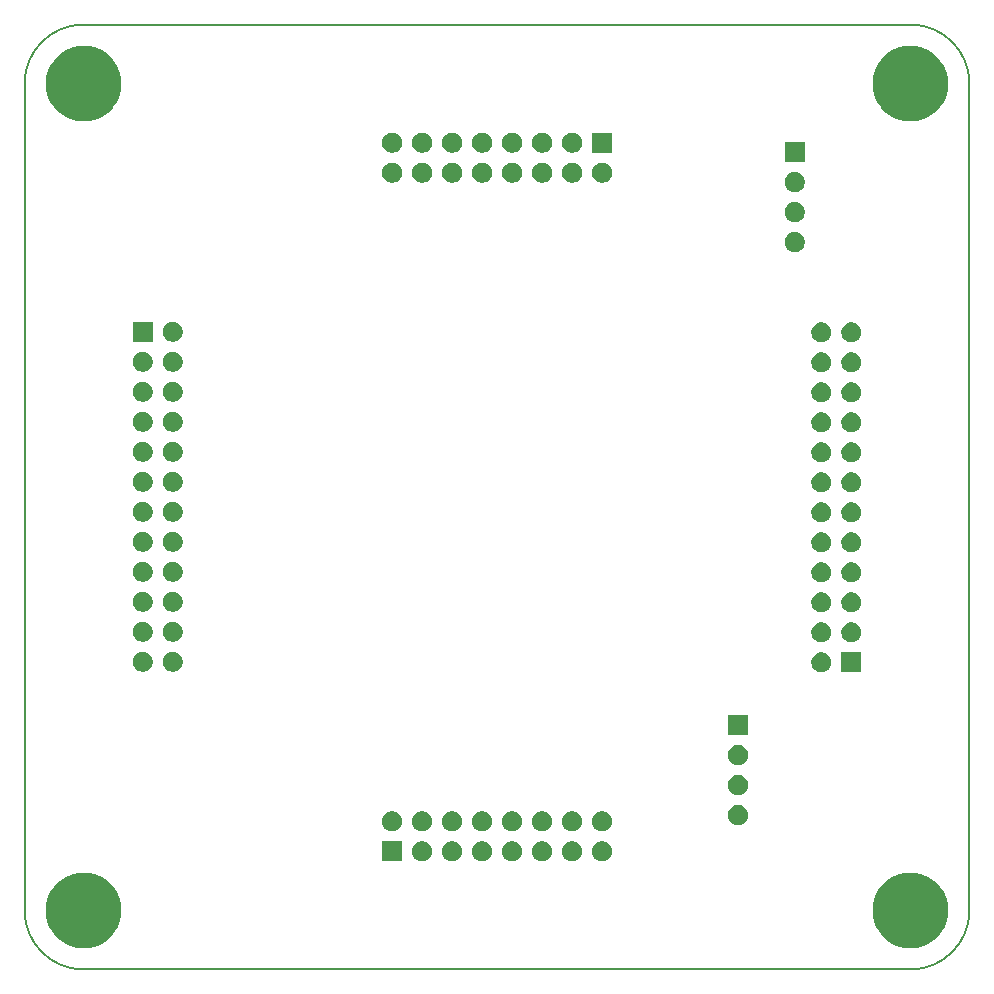
<source format=gbr>
G04 #@! TF.GenerationSoftware,KiCad,Pcbnew,5.1.5-52549c5~84~ubuntu19.10.1*
G04 #@! TF.CreationDate,2020-02-14T19:10:30+02:00*
G04 #@! TF.ProjectId,GB-BRK-CPU-G2,47422d42-524b-42d4-9350-552d47322e6b,v1.1*
G04 #@! TF.SameCoordinates,Original*
G04 #@! TF.FileFunction,Soldermask,Bot*
G04 #@! TF.FilePolarity,Negative*
%FSLAX46Y46*%
G04 Gerber Fmt 4.6, Leading zero omitted, Abs format (unit mm)*
G04 Created by KiCad (PCBNEW 5.1.5-52549c5~84~ubuntu19.10.1) date 2020-02-14 19:10:30*
%MOMM*%
%LPD*%
G04 APERTURE LIST*
%ADD10C,0.150000*%
%ADD11C,0.100000*%
G04 APERTURE END LIST*
D10*
X140000000Y-135000000D02*
G75*
G02X135000000Y-140000000I-5000000J0D01*
G01*
X65000000Y-140000000D02*
G75*
G02X60000000Y-135000000I0J5000000D01*
G01*
X60000000Y-65000000D02*
G75*
G02X65000000Y-60000000I5000000J0D01*
G01*
X135000000Y-60000000D02*
G75*
G02X140000000Y-65000000I0J-5000000D01*
G01*
X135000000Y-60000000D02*
X65000000Y-60000000D01*
X140000000Y-135000000D02*
X140000000Y-65000000D01*
X65000000Y-140000000D02*
X135000000Y-140000000D01*
X60000000Y-65000000D02*
X60000000Y-135000000D01*
D11*
G36*
X135469730Y-131830744D02*
G01*
X135933408Y-131922975D01*
X136515768Y-132164197D01*
X137039881Y-132514398D01*
X137485602Y-132960119D01*
X137544295Y-133047959D01*
X137835803Y-133484232D01*
X138077025Y-134066592D01*
X138169256Y-134530270D01*
X138200000Y-134684828D01*
X138200000Y-135315172D01*
X138169256Y-135469730D01*
X138077025Y-135933408D01*
X137889407Y-136386356D01*
X137835803Y-136515768D01*
X137512250Y-137000000D01*
X137485601Y-137039882D01*
X137039882Y-137485601D01*
X136515768Y-137835803D01*
X135933408Y-138077025D01*
X135469730Y-138169256D01*
X135315172Y-138200000D01*
X134684828Y-138200000D01*
X134530270Y-138169256D01*
X134066592Y-138077025D01*
X133484232Y-137835803D01*
X132960118Y-137485601D01*
X132514399Y-137039882D01*
X132487751Y-137000000D01*
X132164197Y-136515768D01*
X132110593Y-136386356D01*
X131922975Y-135933408D01*
X131830744Y-135469730D01*
X131800000Y-135315172D01*
X131800000Y-134684828D01*
X131830744Y-134530270D01*
X131922975Y-134066592D01*
X132164197Y-133484232D01*
X132455705Y-133047959D01*
X132514398Y-132960119D01*
X132960119Y-132514398D01*
X133484232Y-132164197D01*
X134066592Y-131922975D01*
X134530270Y-131830744D01*
X134684828Y-131800000D01*
X135315172Y-131800000D01*
X135469730Y-131830744D01*
G37*
G36*
X65469730Y-131830744D02*
G01*
X65933408Y-131922975D01*
X66515768Y-132164197D01*
X67039881Y-132514398D01*
X67485602Y-132960119D01*
X67544295Y-133047959D01*
X67835803Y-133484232D01*
X68077025Y-134066592D01*
X68169256Y-134530270D01*
X68200000Y-134684828D01*
X68200000Y-135315172D01*
X68169256Y-135469730D01*
X68077025Y-135933408D01*
X67889407Y-136386356D01*
X67835803Y-136515768D01*
X67512250Y-137000000D01*
X67485601Y-137039882D01*
X67039882Y-137485601D01*
X66515768Y-137835803D01*
X65933408Y-138077025D01*
X65469730Y-138169256D01*
X65315172Y-138200000D01*
X64684828Y-138200000D01*
X64530270Y-138169256D01*
X64066592Y-138077025D01*
X63484232Y-137835803D01*
X62960118Y-137485601D01*
X62514399Y-137039882D01*
X62487751Y-137000000D01*
X62164197Y-136515768D01*
X62110593Y-136386356D01*
X61922975Y-135933408D01*
X61830744Y-135469730D01*
X61800000Y-135315172D01*
X61800000Y-134684828D01*
X61830744Y-134530270D01*
X61922975Y-134066592D01*
X62164197Y-133484232D01*
X62455705Y-133047959D01*
X62514398Y-132960119D01*
X62960119Y-132514398D01*
X63484232Y-132164197D01*
X64066592Y-131922975D01*
X64530270Y-131830744D01*
X64684828Y-131800000D01*
X65315172Y-131800000D01*
X65469730Y-131830744D01*
G37*
G36*
X106587936Y-129182665D02*
G01*
X106587938Y-129182666D01*
X106587939Y-129182666D01*
X106742628Y-129246740D01*
X106881842Y-129339760D01*
X107000240Y-129458158D01*
X107093260Y-129597372D01*
X107157334Y-129752061D01*
X107190000Y-129916284D01*
X107190000Y-130083716D01*
X107157334Y-130247939D01*
X107093260Y-130402628D01*
X107000240Y-130541842D01*
X106881842Y-130660240D01*
X106742628Y-130753260D01*
X106587939Y-130817334D01*
X106587938Y-130817334D01*
X106587936Y-130817335D01*
X106423718Y-130850000D01*
X106256282Y-130850000D01*
X106092064Y-130817335D01*
X106092062Y-130817334D01*
X106092061Y-130817334D01*
X105937372Y-130753260D01*
X105798158Y-130660240D01*
X105679760Y-130541842D01*
X105586740Y-130402628D01*
X105522666Y-130247939D01*
X105490000Y-130083716D01*
X105490000Y-129916284D01*
X105522666Y-129752061D01*
X105586740Y-129597372D01*
X105679760Y-129458158D01*
X105798158Y-129339760D01*
X105937372Y-129246740D01*
X106092061Y-129182666D01*
X106092062Y-129182666D01*
X106092064Y-129182665D01*
X106256282Y-129150000D01*
X106423718Y-129150000D01*
X106587936Y-129182665D01*
G37*
G36*
X98967936Y-129182665D02*
G01*
X98967938Y-129182666D01*
X98967939Y-129182666D01*
X99122628Y-129246740D01*
X99261842Y-129339760D01*
X99380240Y-129458158D01*
X99473260Y-129597372D01*
X99537334Y-129752061D01*
X99570000Y-129916284D01*
X99570000Y-130083716D01*
X99537334Y-130247939D01*
X99473260Y-130402628D01*
X99380240Y-130541842D01*
X99261842Y-130660240D01*
X99122628Y-130753260D01*
X98967939Y-130817334D01*
X98967938Y-130817334D01*
X98967936Y-130817335D01*
X98803718Y-130850000D01*
X98636282Y-130850000D01*
X98472064Y-130817335D01*
X98472062Y-130817334D01*
X98472061Y-130817334D01*
X98317372Y-130753260D01*
X98178158Y-130660240D01*
X98059760Y-130541842D01*
X97966740Y-130402628D01*
X97902666Y-130247939D01*
X97870000Y-130083716D01*
X97870000Y-129916284D01*
X97902666Y-129752061D01*
X97966740Y-129597372D01*
X98059760Y-129458158D01*
X98178158Y-129339760D01*
X98317372Y-129246740D01*
X98472061Y-129182666D01*
X98472062Y-129182666D01*
X98472064Y-129182665D01*
X98636282Y-129150000D01*
X98803718Y-129150000D01*
X98967936Y-129182665D01*
G37*
G36*
X93887936Y-129182665D02*
G01*
X93887938Y-129182666D01*
X93887939Y-129182666D01*
X94042628Y-129246740D01*
X94181842Y-129339760D01*
X94300240Y-129458158D01*
X94393260Y-129597372D01*
X94457334Y-129752061D01*
X94490000Y-129916284D01*
X94490000Y-130083716D01*
X94457334Y-130247939D01*
X94393260Y-130402628D01*
X94300240Y-130541842D01*
X94181842Y-130660240D01*
X94042628Y-130753260D01*
X93887939Y-130817334D01*
X93887938Y-130817334D01*
X93887936Y-130817335D01*
X93723718Y-130850000D01*
X93556282Y-130850000D01*
X93392064Y-130817335D01*
X93392062Y-130817334D01*
X93392061Y-130817334D01*
X93237372Y-130753260D01*
X93098158Y-130660240D01*
X92979760Y-130541842D01*
X92886740Y-130402628D01*
X92822666Y-130247939D01*
X92790000Y-130083716D01*
X92790000Y-129916284D01*
X92822666Y-129752061D01*
X92886740Y-129597372D01*
X92979760Y-129458158D01*
X93098158Y-129339760D01*
X93237372Y-129246740D01*
X93392061Y-129182666D01*
X93392062Y-129182666D01*
X93392064Y-129182665D01*
X93556282Y-129150000D01*
X93723718Y-129150000D01*
X93887936Y-129182665D01*
G37*
G36*
X96427936Y-129182665D02*
G01*
X96427938Y-129182666D01*
X96427939Y-129182666D01*
X96582628Y-129246740D01*
X96721842Y-129339760D01*
X96840240Y-129458158D01*
X96933260Y-129597372D01*
X96997334Y-129752061D01*
X97030000Y-129916284D01*
X97030000Y-130083716D01*
X96997334Y-130247939D01*
X96933260Y-130402628D01*
X96840240Y-130541842D01*
X96721842Y-130660240D01*
X96582628Y-130753260D01*
X96427939Y-130817334D01*
X96427938Y-130817334D01*
X96427936Y-130817335D01*
X96263718Y-130850000D01*
X96096282Y-130850000D01*
X95932064Y-130817335D01*
X95932062Y-130817334D01*
X95932061Y-130817334D01*
X95777372Y-130753260D01*
X95638158Y-130660240D01*
X95519760Y-130541842D01*
X95426740Y-130402628D01*
X95362666Y-130247939D01*
X95330000Y-130083716D01*
X95330000Y-129916284D01*
X95362666Y-129752061D01*
X95426740Y-129597372D01*
X95519760Y-129458158D01*
X95638158Y-129339760D01*
X95777372Y-129246740D01*
X95932061Y-129182666D01*
X95932062Y-129182666D01*
X95932064Y-129182665D01*
X96096282Y-129150000D01*
X96263718Y-129150000D01*
X96427936Y-129182665D01*
G37*
G36*
X91950000Y-130850000D02*
G01*
X90250000Y-130850000D01*
X90250000Y-129150000D01*
X91950000Y-129150000D01*
X91950000Y-130850000D01*
G37*
G36*
X101507936Y-129182665D02*
G01*
X101507938Y-129182666D01*
X101507939Y-129182666D01*
X101662628Y-129246740D01*
X101801842Y-129339760D01*
X101920240Y-129458158D01*
X102013260Y-129597372D01*
X102077334Y-129752061D01*
X102110000Y-129916284D01*
X102110000Y-130083716D01*
X102077334Y-130247939D01*
X102013260Y-130402628D01*
X101920240Y-130541842D01*
X101801842Y-130660240D01*
X101662628Y-130753260D01*
X101507939Y-130817334D01*
X101507938Y-130817334D01*
X101507936Y-130817335D01*
X101343718Y-130850000D01*
X101176282Y-130850000D01*
X101012064Y-130817335D01*
X101012062Y-130817334D01*
X101012061Y-130817334D01*
X100857372Y-130753260D01*
X100718158Y-130660240D01*
X100599760Y-130541842D01*
X100506740Y-130402628D01*
X100442666Y-130247939D01*
X100410000Y-130083716D01*
X100410000Y-129916284D01*
X100442666Y-129752061D01*
X100506740Y-129597372D01*
X100599760Y-129458158D01*
X100718158Y-129339760D01*
X100857372Y-129246740D01*
X101012061Y-129182666D01*
X101012062Y-129182666D01*
X101012064Y-129182665D01*
X101176282Y-129150000D01*
X101343718Y-129150000D01*
X101507936Y-129182665D01*
G37*
G36*
X109127936Y-129182665D02*
G01*
X109127938Y-129182666D01*
X109127939Y-129182666D01*
X109282628Y-129246740D01*
X109421842Y-129339760D01*
X109540240Y-129458158D01*
X109633260Y-129597372D01*
X109697334Y-129752061D01*
X109730000Y-129916284D01*
X109730000Y-130083716D01*
X109697334Y-130247939D01*
X109633260Y-130402628D01*
X109540240Y-130541842D01*
X109421842Y-130660240D01*
X109282628Y-130753260D01*
X109127939Y-130817334D01*
X109127938Y-130817334D01*
X109127936Y-130817335D01*
X108963718Y-130850000D01*
X108796282Y-130850000D01*
X108632064Y-130817335D01*
X108632062Y-130817334D01*
X108632061Y-130817334D01*
X108477372Y-130753260D01*
X108338158Y-130660240D01*
X108219760Y-130541842D01*
X108126740Y-130402628D01*
X108062666Y-130247939D01*
X108030000Y-130083716D01*
X108030000Y-129916284D01*
X108062666Y-129752061D01*
X108126740Y-129597372D01*
X108219760Y-129458158D01*
X108338158Y-129339760D01*
X108477372Y-129246740D01*
X108632061Y-129182666D01*
X108632062Y-129182666D01*
X108632064Y-129182665D01*
X108796282Y-129150000D01*
X108963718Y-129150000D01*
X109127936Y-129182665D01*
G37*
G36*
X104047936Y-129182665D02*
G01*
X104047938Y-129182666D01*
X104047939Y-129182666D01*
X104202628Y-129246740D01*
X104341842Y-129339760D01*
X104460240Y-129458158D01*
X104553260Y-129597372D01*
X104617334Y-129752061D01*
X104650000Y-129916284D01*
X104650000Y-130083716D01*
X104617334Y-130247939D01*
X104553260Y-130402628D01*
X104460240Y-130541842D01*
X104341842Y-130660240D01*
X104202628Y-130753260D01*
X104047939Y-130817334D01*
X104047938Y-130817334D01*
X104047936Y-130817335D01*
X103883718Y-130850000D01*
X103716282Y-130850000D01*
X103552064Y-130817335D01*
X103552062Y-130817334D01*
X103552061Y-130817334D01*
X103397372Y-130753260D01*
X103258158Y-130660240D01*
X103139760Y-130541842D01*
X103046740Y-130402628D01*
X102982666Y-130247939D01*
X102950000Y-130083716D01*
X102950000Y-129916284D01*
X102982666Y-129752061D01*
X103046740Y-129597372D01*
X103139760Y-129458158D01*
X103258158Y-129339760D01*
X103397372Y-129246740D01*
X103552061Y-129182666D01*
X103552062Y-129182666D01*
X103552064Y-129182665D01*
X103716282Y-129150000D01*
X103883718Y-129150000D01*
X104047936Y-129182665D01*
G37*
G36*
X91347936Y-126642665D02*
G01*
X91347938Y-126642666D01*
X91347939Y-126642666D01*
X91502628Y-126706740D01*
X91641842Y-126799760D01*
X91760240Y-126918158D01*
X91853260Y-127057372D01*
X91899058Y-127167939D01*
X91917335Y-127212064D01*
X91950000Y-127376282D01*
X91950000Y-127543718D01*
X91942736Y-127580238D01*
X91917334Y-127707939D01*
X91853260Y-127862628D01*
X91760240Y-128001842D01*
X91641842Y-128120240D01*
X91502628Y-128213260D01*
X91347939Y-128277334D01*
X91347938Y-128277334D01*
X91347936Y-128277335D01*
X91183718Y-128310000D01*
X91016282Y-128310000D01*
X90852064Y-128277335D01*
X90852062Y-128277334D01*
X90852061Y-128277334D01*
X90697372Y-128213260D01*
X90558158Y-128120240D01*
X90439760Y-128001842D01*
X90346740Y-127862628D01*
X90282666Y-127707939D01*
X90257265Y-127580238D01*
X90250000Y-127543718D01*
X90250000Y-127376282D01*
X90282665Y-127212064D01*
X90300942Y-127167939D01*
X90346740Y-127057372D01*
X90439760Y-126918158D01*
X90558158Y-126799760D01*
X90697372Y-126706740D01*
X90852061Y-126642666D01*
X90852062Y-126642666D01*
X90852064Y-126642665D01*
X91016282Y-126610000D01*
X91183718Y-126610000D01*
X91347936Y-126642665D01*
G37*
G36*
X104047936Y-126642665D02*
G01*
X104047938Y-126642666D01*
X104047939Y-126642666D01*
X104202628Y-126706740D01*
X104341842Y-126799760D01*
X104460240Y-126918158D01*
X104553260Y-127057372D01*
X104599058Y-127167939D01*
X104617335Y-127212064D01*
X104650000Y-127376282D01*
X104650000Y-127543718D01*
X104642736Y-127580238D01*
X104617334Y-127707939D01*
X104553260Y-127862628D01*
X104460240Y-128001842D01*
X104341842Y-128120240D01*
X104202628Y-128213260D01*
X104047939Y-128277334D01*
X104047938Y-128277334D01*
X104047936Y-128277335D01*
X103883718Y-128310000D01*
X103716282Y-128310000D01*
X103552064Y-128277335D01*
X103552062Y-128277334D01*
X103552061Y-128277334D01*
X103397372Y-128213260D01*
X103258158Y-128120240D01*
X103139760Y-128001842D01*
X103046740Y-127862628D01*
X102982666Y-127707939D01*
X102957265Y-127580238D01*
X102950000Y-127543718D01*
X102950000Y-127376282D01*
X102982665Y-127212064D01*
X103000942Y-127167939D01*
X103046740Y-127057372D01*
X103139760Y-126918158D01*
X103258158Y-126799760D01*
X103397372Y-126706740D01*
X103552061Y-126642666D01*
X103552062Y-126642666D01*
X103552064Y-126642665D01*
X103716282Y-126610000D01*
X103883718Y-126610000D01*
X104047936Y-126642665D01*
G37*
G36*
X93887936Y-126642665D02*
G01*
X93887938Y-126642666D01*
X93887939Y-126642666D01*
X94042628Y-126706740D01*
X94181842Y-126799760D01*
X94300240Y-126918158D01*
X94393260Y-127057372D01*
X94439058Y-127167939D01*
X94457335Y-127212064D01*
X94490000Y-127376282D01*
X94490000Y-127543718D01*
X94482736Y-127580238D01*
X94457334Y-127707939D01*
X94393260Y-127862628D01*
X94300240Y-128001842D01*
X94181842Y-128120240D01*
X94042628Y-128213260D01*
X93887939Y-128277334D01*
X93887938Y-128277334D01*
X93887936Y-128277335D01*
X93723718Y-128310000D01*
X93556282Y-128310000D01*
X93392064Y-128277335D01*
X93392062Y-128277334D01*
X93392061Y-128277334D01*
X93237372Y-128213260D01*
X93098158Y-128120240D01*
X92979760Y-128001842D01*
X92886740Y-127862628D01*
X92822666Y-127707939D01*
X92797265Y-127580238D01*
X92790000Y-127543718D01*
X92790000Y-127376282D01*
X92822665Y-127212064D01*
X92840942Y-127167939D01*
X92886740Y-127057372D01*
X92979760Y-126918158D01*
X93098158Y-126799760D01*
X93237372Y-126706740D01*
X93392061Y-126642666D01*
X93392062Y-126642666D01*
X93392064Y-126642665D01*
X93556282Y-126610000D01*
X93723718Y-126610000D01*
X93887936Y-126642665D01*
G37*
G36*
X96427936Y-126642665D02*
G01*
X96427938Y-126642666D01*
X96427939Y-126642666D01*
X96582628Y-126706740D01*
X96721842Y-126799760D01*
X96840240Y-126918158D01*
X96933260Y-127057372D01*
X96979058Y-127167939D01*
X96997335Y-127212064D01*
X97030000Y-127376282D01*
X97030000Y-127543718D01*
X97022736Y-127580238D01*
X96997334Y-127707939D01*
X96933260Y-127862628D01*
X96840240Y-128001842D01*
X96721842Y-128120240D01*
X96582628Y-128213260D01*
X96427939Y-128277334D01*
X96427938Y-128277334D01*
X96427936Y-128277335D01*
X96263718Y-128310000D01*
X96096282Y-128310000D01*
X95932064Y-128277335D01*
X95932062Y-128277334D01*
X95932061Y-128277334D01*
X95777372Y-128213260D01*
X95638158Y-128120240D01*
X95519760Y-128001842D01*
X95426740Y-127862628D01*
X95362666Y-127707939D01*
X95337265Y-127580238D01*
X95330000Y-127543718D01*
X95330000Y-127376282D01*
X95362665Y-127212064D01*
X95380942Y-127167939D01*
X95426740Y-127057372D01*
X95519760Y-126918158D01*
X95638158Y-126799760D01*
X95777372Y-126706740D01*
X95932061Y-126642666D01*
X95932062Y-126642666D01*
X95932064Y-126642665D01*
X96096282Y-126610000D01*
X96263718Y-126610000D01*
X96427936Y-126642665D01*
G37*
G36*
X98967936Y-126642665D02*
G01*
X98967938Y-126642666D01*
X98967939Y-126642666D01*
X99122628Y-126706740D01*
X99261842Y-126799760D01*
X99380240Y-126918158D01*
X99473260Y-127057372D01*
X99519058Y-127167939D01*
X99537335Y-127212064D01*
X99570000Y-127376282D01*
X99570000Y-127543718D01*
X99562736Y-127580238D01*
X99537334Y-127707939D01*
X99473260Y-127862628D01*
X99380240Y-128001842D01*
X99261842Y-128120240D01*
X99122628Y-128213260D01*
X98967939Y-128277334D01*
X98967938Y-128277334D01*
X98967936Y-128277335D01*
X98803718Y-128310000D01*
X98636282Y-128310000D01*
X98472064Y-128277335D01*
X98472062Y-128277334D01*
X98472061Y-128277334D01*
X98317372Y-128213260D01*
X98178158Y-128120240D01*
X98059760Y-128001842D01*
X97966740Y-127862628D01*
X97902666Y-127707939D01*
X97877265Y-127580238D01*
X97870000Y-127543718D01*
X97870000Y-127376282D01*
X97902665Y-127212064D01*
X97920942Y-127167939D01*
X97966740Y-127057372D01*
X98059760Y-126918158D01*
X98178158Y-126799760D01*
X98317372Y-126706740D01*
X98472061Y-126642666D01*
X98472062Y-126642666D01*
X98472064Y-126642665D01*
X98636282Y-126610000D01*
X98803718Y-126610000D01*
X98967936Y-126642665D01*
G37*
G36*
X101507936Y-126642665D02*
G01*
X101507938Y-126642666D01*
X101507939Y-126642666D01*
X101662628Y-126706740D01*
X101801842Y-126799760D01*
X101920240Y-126918158D01*
X102013260Y-127057372D01*
X102059058Y-127167939D01*
X102077335Y-127212064D01*
X102110000Y-127376282D01*
X102110000Y-127543718D01*
X102102736Y-127580238D01*
X102077334Y-127707939D01*
X102013260Y-127862628D01*
X101920240Y-128001842D01*
X101801842Y-128120240D01*
X101662628Y-128213260D01*
X101507939Y-128277334D01*
X101507938Y-128277334D01*
X101507936Y-128277335D01*
X101343718Y-128310000D01*
X101176282Y-128310000D01*
X101012064Y-128277335D01*
X101012062Y-128277334D01*
X101012061Y-128277334D01*
X100857372Y-128213260D01*
X100718158Y-128120240D01*
X100599760Y-128001842D01*
X100506740Y-127862628D01*
X100442666Y-127707939D01*
X100417265Y-127580238D01*
X100410000Y-127543718D01*
X100410000Y-127376282D01*
X100442665Y-127212064D01*
X100460942Y-127167939D01*
X100506740Y-127057372D01*
X100599760Y-126918158D01*
X100718158Y-126799760D01*
X100857372Y-126706740D01*
X101012061Y-126642666D01*
X101012062Y-126642666D01*
X101012064Y-126642665D01*
X101176282Y-126610000D01*
X101343718Y-126610000D01*
X101507936Y-126642665D01*
G37*
G36*
X106587936Y-126642665D02*
G01*
X106587938Y-126642666D01*
X106587939Y-126642666D01*
X106742628Y-126706740D01*
X106881842Y-126799760D01*
X107000240Y-126918158D01*
X107093260Y-127057372D01*
X107139058Y-127167939D01*
X107157335Y-127212064D01*
X107190000Y-127376282D01*
X107190000Y-127543718D01*
X107182736Y-127580238D01*
X107157334Y-127707939D01*
X107093260Y-127862628D01*
X107000240Y-128001842D01*
X106881842Y-128120240D01*
X106742628Y-128213260D01*
X106587939Y-128277334D01*
X106587938Y-128277334D01*
X106587936Y-128277335D01*
X106423718Y-128310000D01*
X106256282Y-128310000D01*
X106092064Y-128277335D01*
X106092062Y-128277334D01*
X106092061Y-128277334D01*
X105937372Y-128213260D01*
X105798158Y-128120240D01*
X105679760Y-128001842D01*
X105586740Y-127862628D01*
X105522666Y-127707939D01*
X105497265Y-127580238D01*
X105490000Y-127543718D01*
X105490000Y-127376282D01*
X105522665Y-127212064D01*
X105540942Y-127167939D01*
X105586740Y-127057372D01*
X105679760Y-126918158D01*
X105798158Y-126799760D01*
X105937372Y-126706740D01*
X106092061Y-126642666D01*
X106092062Y-126642666D01*
X106092064Y-126642665D01*
X106256282Y-126610000D01*
X106423718Y-126610000D01*
X106587936Y-126642665D01*
G37*
G36*
X109127936Y-126642665D02*
G01*
X109127938Y-126642666D01*
X109127939Y-126642666D01*
X109282628Y-126706740D01*
X109421842Y-126799760D01*
X109540240Y-126918158D01*
X109633260Y-127057372D01*
X109679058Y-127167939D01*
X109697335Y-127212064D01*
X109730000Y-127376282D01*
X109730000Y-127543718D01*
X109722736Y-127580238D01*
X109697334Y-127707939D01*
X109633260Y-127862628D01*
X109540240Y-128001842D01*
X109421842Y-128120240D01*
X109282628Y-128213260D01*
X109127939Y-128277334D01*
X109127938Y-128277334D01*
X109127936Y-128277335D01*
X108963718Y-128310000D01*
X108796282Y-128310000D01*
X108632064Y-128277335D01*
X108632062Y-128277334D01*
X108632061Y-128277334D01*
X108477372Y-128213260D01*
X108338158Y-128120240D01*
X108219760Y-128001842D01*
X108126740Y-127862628D01*
X108062666Y-127707939D01*
X108037265Y-127580238D01*
X108030000Y-127543718D01*
X108030000Y-127376282D01*
X108062665Y-127212064D01*
X108080942Y-127167939D01*
X108126740Y-127057372D01*
X108219760Y-126918158D01*
X108338158Y-126799760D01*
X108477372Y-126706740D01*
X108632061Y-126642666D01*
X108632062Y-126642666D01*
X108632064Y-126642665D01*
X108796282Y-126610000D01*
X108963718Y-126610000D01*
X109127936Y-126642665D01*
G37*
G36*
X120647936Y-126102665D02*
G01*
X120647938Y-126102666D01*
X120647939Y-126102666D01*
X120802628Y-126166740D01*
X120941842Y-126259760D01*
X121060240Y-126378158D01*
X121153260Y-126517372D01*
X121205158Y-126642666D01*
X121217335Y-126672064D01*
X121250000Y-126836282D01*
X121250000Y-127003718D01*
X121239328Y-127057372D01*
X121217334Y-127167939D01*
X121153260Y-127322628D01*
X121060240Y-127461842D01*
X120941842Y-127580240D01*
X120802628Y-127673260D01*
X120647939Y-127737334D01*
X120647938Y-127737334D01*
X120647936Y-127737335D01*
X120483718Y-127770000D01*
X120316282Y-127770000D01*
X120152064Y-127737335D01*
X120152062Y-127737334D01*
X120152061Y-127737334D01*
X119997372Y-127673260D01*
X119858158Y-127580240D01*
X119739760Y-127461842D01*
X119646740Y-127322628D01*
X119582666Y-127167939D01*
X119560673Y-127057372D01*
X119550000Y-127003718D01*
X119550000Y-126836282D01*
X119582665Y-126672064D01*
X119594842Y-126642666D01*
X119646740Y-126517372D01*
X119739760Y-126378158D01*
X119858158Y-126259760D01*
X119997372Y-126166740D01*
X120152061Y-126102666D01*
X120152062Y-126102666D01*
X120152064Y-126102665D01*
X120316282Y-126070000D01*
X120483718Y-126070000D01*
X120647936Y-126102665D01*
G37*
G36*
X120647936Y-123562665D02*
G01*
X120647938Y-123562666D01*
X120647939Y-123562666D01*
X120802628Y-123626740D01*
X120941842Y-123719760D01*
X121060240Y-123838158D01*
X121153260Y-123977372D01*
X121217334Y-124132061D01*
X121250000Y-124296284D01*
X121250000Y-124463716D01*
X121217334Y-124627939D01*
X121153260Y-124782628D01*
X121060240Y-124921842D01*
X120941842Y-125040240D01*
X120802628Y-125133260D01*
X120647939Y-125197334D01*
X120647938Y-125197334D01*
X120647936Y-125197335D01*
X120483718Y-125230000D01*
X120316282Y-125230000D01*
X120152064Y-125197335D01*
X120152062Y-125197334D01*
X120152061Y-125197334D01*
X119997372Y-125133260D01*
X119858158Y-125040240D01*
X119739760Y-124921842D01*
X119646740Y-124782628D01*
X119582666Y-124627939D01*
X119550000Y-124463716D01*
X119550000Y-124296284D01*
X119582666Y-124132061D01*
X119646740Y-123977372D01*
X119739760Y-123838158D01*
X119858158Y-123719760D01*
X119997372Y-123626740D01*
X120152061Y-123562666D01*
X120152062Y-123562666D01*
X120152064Y-123562665D01*
X120316282Y-123530000D01*
X120483718Y-123530000D01*
X120647936Y-123562665D01*
G37*
G36*
X120647936Y-121022665D02*
G01*
X120647938Y-121022666D01*
X120647939Y-121022666D01*
X120802628Y-121086740D01*
X120941842Y-121179760D01*
X121060240Y-121298158D01*
X121153260Y-121437372D01*
X121217334Y-121592061D01*
X121250000Y-121756284D01*
X121250000Y-121923716D01*
X121217334Y-122087939D01*
X121153260Y-122242628D01*
X121060240Y-122381842D01*
X120941842Y-122500240D01*
X120802628Y-122593260D01*
X120647939Y-122657334D01*
X120647938Y-122657334D01*
X120647936Y-122657335D01*
X120483718Y-122690000D01*
X120316282Y-122690000D01*
X120152064Y-122657335D01*
X120152062Y-122657334D01*
X120152061Y-122657334D01*
X119997372Y-122593260D01*
X119858158Y-122500240D01*
X119739760Y-122381842D01*
X119646740Y-122242628D01*
X119582666Y-122087939D01*
X119550000Y-121923716D01*
X119550000Y-121756284D01*
X119582666Y-121592061D01*
X119646740Y-121437372D01*
X119739760Y-121298158D01*
X119858158Y-121179760D01*
X119997372Y-121086740D01*
X120152061Y-121022666D01*
X120152062Y-121022666D01*
X120152064Y-121022665D01*
X120316282Y-120990000D01*
X120483718Y-120990000D01*
X120647936Y-121022665D01*
G37*
G36*
X121250000Y-120150000D02*
G01*
X119550000Y-120150000D01*
X119550000Y-118450000D01*
X121250000Y-118450000D01*
X121250000Y-120150000D01*
G37*
G36*
X127707936Y-113182665D02*
G01*
X127707938Y-113182666D01*
X127707939Y-113182666D01*
X127862628Y-113246740D01*
X128001842Y-113339760D01*
X128120240Y-113458158D01*
X128213260Y-113597372D01*
X128277334Y-113752061D01*
X128277335Y-113752064D01*
X128310000Y-113916282D01*
X128310000Y-114083718D01*
X128289270Y-114187936D01*
X128277334Y-114247939D01*
X128213260Y-114402628D01*
X128120240Y-114541842D01*
X128001842Y-114660240D01*
X127862628Y-114753260D01*
X127707939Y-114817334D01*
X127707938Y-114817334D01*
X127707936Y-114817335D01*
X127543718Y-114850000D01*
X127376282Y-114850000D01*
X127212064Y-114817335D01*
X127212062Y-114817334D01*
X127212061Y-114817334D01*
X127057372Y-114753260D01*
X126918158Y-114660240D01*
X126799760Y-114541842D01*
X126706740Y-114402628D01*
X126642666Y-114247939D01*
X126630731Y-114187936D01*
X126610000Y-114083718D01*
X126610000Y-113916282D01*
X126642665Y-113752064D01*
X126642666Y-113752061D01*
X126706740Y-113597372D01*
X126799760Y-113458158D01*
X126918158Y-113339760D01*
X127057372Y-113246740D01*
X127212061Y-113182666D01*
X127212062Y-113182666D01*
X127212064Y-113182665D01*
X127376282Y-113150000D01*
X127543718Y-113150000D01*
X127707936Y-113182665D01*
G37*
G36*
X130850000Y-114850000D02*
G01*
X129150000Y-114850000D01*
X129150000Y-113150000D01*
X130850000Y-113150000D01*
X130850000Y-114850000D01*
G37*
G36*
X72787936Y-113122665D02*
G01*
X72787938Y-113122666D01*
X72787939Y-113122666D01*
X72942628Y-113186740D01*
X73081842Y-113279760D01*
X73200240Y-113398158D01*
X73293260Y-113537372D01*
X73357334Y-113692061D01*
X73357335Y-113692064D01*
X73390000Y-113856282D01*
X73390000Y-114023718D01*
X73378066Y-114083716D01*
X73357334Y-114187939D01*
X73293260Y-114342628D01*
X73200240Y-114481842D01*
X73081842Y-114600240D01*
X72942628Y-114693260D01*
X72787939Y-114757334D01*
X72787938Y-114757334D01*
X72787936Y-114757335D01*
X72623718Y-114790000D01*
X72456282Y-114790000D01*
X72292064Y-114757335D01*
X72292062Y-114757334D01*
X72292061Y-114757334D01*
X72137372Y-114693260D01*
X71998158Y-114600240D01*
X71879760Y-114481842D01*
X71786740Y-114342628D01*
X71722666Y-114187939D01*
X71701935Y-114083716D01*
X71690000Y-114023718D01*
X71690000Y-113856282D01*
X71722665Y-113692064D01*
X71722666Y-113692061D01*
X71786740Y-113537372D01*
X71879760Y-113398158D01*
X71998158Y-113279760D01*
X72137372Y-113186740D01*
X72292061Y-113122666D01*
X72292062Y-113122666D01*
X72292064Y-113122665D01*
X72456282Y-113090000D01*
X72623718Y-113090000D01*
X72787936Y-113122665D01*
G37*
G36*
X70247936Y-113122665D02*
G01*
X70247938Y-113122666D01*
X70247939Y-113122666D01*
X70402628Y-113186740D01*
X70541842Y-113279760D01*
X70660240Y-113398158D01*
X70753260Y-113537372D01*
X70817334Y-113692061D01*
X70817335Y-113692064D01*
X70850000Y-113856282D01*
X70850000Y-114023718D01*
X70838066Y-114083716D01*
X70817334Y-114187939D01*
X70753260Y-114342628D01*
X70660240Y-114481842D01*
X70541842Y-114600240D01*
X70402628Y-114693260D01*
X70247939Y-114757334D01*
X70247938Y-114757334D01*
X70247936Y-114757335D01*
X70083718Y-114790000D01*
X69916282Y-114790000D01*
X69752064Y-114757335D01*
X69752062Y-114757334D01*
X69752061Y-114757334D01*
X69597372Y-114693260D01*
X69458158Y-114600240D01*
X69339760Y-114481842D01*
X69246740Y-114342628D01*
X69182666Y-114187939D01*
X69161935Y-114083716D01*
X69150000Y-114023718D01*
X69150000Y-113856282D01*
X69182665Y-113692064D01*
X69182666Y-113692061D01*
X69246740Y-113537372D01*
X69339760Y-113398158D01*
X69458158Y-113279760D01*
X69597372Y-113186740D01*
X69752061Y-113122666D01*
X69752062Y-113122666D01*
X69752064Y-113122665D01*
X69916282Y-113090000D01*
X70083718Y-113090000D01*
X70247936Y-113122665D01*
G37*
G36*
X130247936Y-110642665D02*
G01*
X130247938Y-110642666D01*
X130247939Y-110642666D01*
X130402628Y-110706740D01*
X130541842Y-110799760D01*
X130660240Y-110918158D01*
X130753260Y-111057372D01*
X130817334Y-111212061D01*
X130817335Y-111212064D01*
X130850000Y-111376282D01*
X130850000Y-111543718D01*
X130829270Y-111647936D01*
X130817334Y-111707939D01*
X130753260Y-111862628D01*
X130660240Y-112001842D01*
X130541842Y-112120240D01*
X130402628Y-112213260D01*
X130247939Y-112277334D01*
X130247938Y-112277334D01*
X130247936Y-112277335D01*
X130083718Y-112310000D01*
X129916282Y-112310000D01*
X129752064Y-112277335D01*
X129752062Y-112277334D01*
X129752061Y-112277334D01*
X129597372Y-112213260D01*
X129458158Y-112120240D01*
X129339760Y-112001842D01*
X129246740Y-111862628D01*
X129182666Y-111707939D01*
X129170731Y-111647936D01*
X129150000Y-111543718D01*
X129150000Y-111376282D01*
X129182665Y-111212064D01*
X129182666Y-111212061D01*
X129246740Y-111057372D01*
X129339760Y-110918158D01*
X129458158Y-110799760D01*
X129597372Y-110706740D01*
X129752061Y-110642666D01*
X129752062Y-110642666D01*
X129752064Y-110642665D01*
X129916282Y-110610000D01*
X130083718Y-110610000D01*
X130247936Y-110642665D01*
G37*
G36*
X127707936Y-110642665D02*
G01*
X127707938Y-110642666D01*
X127707939Y-110642666D01*
X127862628Y-110706740D01*
X128001842Y-110799760D01*
X128120240Y-110918158D01*
X128213260Y-111057372D01*
X128277334Y-111212061D01*
X128277335Y-111212064D01*
X128310000Y-111376282D01*
X128310000Y-111543718D01*
X128289270Y-111647936D01*
X128277334Y-111707939D01*
X128213260Y-111862628D01*
X128120240Y-112001842D01*
X128001842Y-112120240D01*
X127862628Y-112213260D01*
X127707939Y-112277334D01*
X127707938Y-112277334D01*
X127707936Y-112277335D01*
X127543718Y-112310000D01*
X127376282Y-112310000D01*
X127212064Y-112277335D01*
X127212062Y-112277334D01*
X127212061Y-112277334D01*
X127057372Y-112213260D01*
X126918158Y-112120240D01*
X126799760Y-112001842D01*
X126706740Y-111862628D01*
X126642666Y-111707939D01*
X126630731Y-111647936D01*
X126610000Y-111543718D01*
X126610000Y-111376282D01*
X126642665Y-111212064D01*
X126642666Y-111212061D01*
X126706740Y-111057372D01*
X126799760Y-110918158D01*
X126918158Y-110799760D01*
X127057372Y-110706740D01*
X127212061Y-110642666D01*
X127212062Y-110642666D01*
X127212064Y-110642665D01*
X127376282Y-110610000D01*
X127543718Y-110610000D01*
X127707936Y-110642665D01*
G37*
G36*
X70247936Y-110582665D02*
G01*
X70247938Y-110582666D01*
X70247939Y-110582666D01*
X70402628Y-110646740D01*
X70541842Y-110739760D01*
X70660240Y-110858158D01*
X70753260Y-110997372D01*
X70817334Y-111152061D01*
X70817335Y-111152064D01*
X70850000Y-111316282D01*
X70850000Y-111483718D01*
X70838066Y-111543716D01*
X70817334Y-111647939D01*
X70753260Y-111802628D01*
X70660240Y-111941842D01*
X70541842Y-112060240D01*
X70402628Y-112153260D01*
X70247939Y-112217334D01*
X70247938Y-112217334D01*
X70247936Y-112217335D01*
X70083718Y-112250000D01*
X69916282Y-112250000D01*
X69752064Y-112217335D01*
X69752062Y-112217334D01*
X69752061Y-112217334D01*
X69597372Y-112153260D01*
X69458158Y-112060240D01*
X69339760Y-111941842D01*
X69246740Y-111802628D01*
X69182666Y-111647939D01*
X69161935Y-111543716D01*
X69150000Y-111483718D01*
X69150000Y-111316282D01*
X69182665Y-111152064D01*
X69182666Y-111152061D01*
X69246740Y-110997372D01*
X69339760Y-110858158D01*
X69458158Y-110739760D01*
X69597372Y-110646740D01*
X69752061Y-110582666D01*
X69752062Y-110582666D01*
X69752064Y-110582665D01*
X69916282Y-110550000D01*
X70083718Y-110550000D01*
X70247936Y-110582665D01*
G37*
G36*
X72787936Y-110582665D02*
G01*
X72787938Y-110582666D01*
X72787939Y-110582666D01*
X72942628Y-110646740D01*
X73081842Y-110739760D01*
X73200240Y-110858158D01*
X73293260Y-110997372D01*
X73357334Y-111152061D01*
X73357335Y-111152064D01*
X73390000Y-111316282D01*
X73390000Y-111483718D01*
X73378066Y-111543716D01*
X73357334Y-111647939D01*
X73293260Y-111802628D01*
X73200240Y-111941842D01*
X73081842Y-112060240D01*
X72942628Y-112153260D01*
X72787939Y-112217334D01*
X72787938Y-112217334D01*
X72787936Y-112217335D01*
X72623718Y-112250000D01*
X72456282Y-112250000D01*
X72292064Y-112217335D01*
X72292062Y-112217334D01*
X72292061Y-112217334D01*
X72137372Y-112153260D01*
X71998158Y-112060240D01*
X71879760Y-111941842D01*
X71786740Y-111802628D01*
X71722666Y-111647939D01*
X71701935Y-111543716D01*
X71690000Y-111483718D01*
X71690000Y-111316282D01*
X71722665Y-111152064D01*
X71722666Y-111152061D01*
X71786740Y-110997372D01*
X71879760Y-110858158D01*
X71998158Y-110739760D01*
X72137372Y-110646740D01*
X72292061Y-110582666D01*
X72292062Y-110582666D01*
X72292064Y-110582665D01*
X72456282Y-110550000D01*
X72623718Y-110550000D01*
X72787936Y-110582665D01*
G37*
G36*
X127707936Y-108102665D02*
G01*
X127707938Y-108102666D01*
X127707939Y-108102666D01*
X127862628Y-108166740D01*
X128001842Y-108259760D01*
X128120240Y-108378158D01*
X128213260Y-108517372D01*
X128277334Y-108672061D01*
X128277335Y-108672064D01*
X128310000Y-108836282D01*
X128310000Y-109003718D01*
X128289270Y-109107936D01*
X128277334Y-109167939D01*
X128213260Y-109322628D01*
X128120240Y-109461842D01*
X128001842Y-109580240D01*
X127862628Y-109673260D01*
X127707939Y-109737334D01*
X127707938Y-109737334D01*
X127707936Y-109737335D01*
X127543718Y-109770000D01*
X127376282Y-109770000D01*
X127212064Y-109737335D01*
X127212062Y-109737334D01*
X127212061Y-109737334D01*
X127057372Y-109673260D01*
X126918158Y-109580240D01*
X126799760Y-109461842D01*
X126706740Y-109322628D01*
X126642666Y-109167939D01*
X126630731Y-109107936D01*
X126610000Y-109003718D01*
X126610000Y-108836282D01*
X126642665Y-108672064D01*
X126642666Y-108672061D01*
X126706740Y-108517372D01*
X126799760Y-108378158D01*
X126918158Y-108259760D01*
X127057372Y-108166740D01*
X127212061Y-108102666D01*
X127212062Y-108102666D01*
X127212064Y-108102665D01*
X127376282Y-108070000D01*
X127543718Y-108070000D01*
X127707936Y-108102665D01*
G37*
G36*
X130247936Y-108102665D02*
G01*
X130247938Y-108102666D01*
X130247939Y-108102666D01*
X130402628Y-108166740D01*
X130541842Y-108259760D01*
X130660240Y-108378158D01*
X130753260Y-108517372D01*
X130817334Y-108672061D01*
X130817335Y-108672064D01*
X130850000Y-108836282D01*
X130850000Y-109003718D01*
X130829270Y-109107936D01*
X130817334Y-109167939D01*
X130753260Y-109322628D01*
X130660240Y-109461842D01*
X130541842Y-109580240D01*
X130402628Y-109673260D01*
X130247939Y-109737334D01*
X130247938Y-109737334D01*
X130247936Y-109737335D01*
X130083718Y-109770000D01*
X129916282Y-109770000D01*
X129752064Y-109737335D01*
X129752062Y-109737334D01*
X129752061Y-109737334D01*
X129597372Y-109673260D01*
X129458158Y-109580240D01*
X129339760Y-109461842D01*
X129246740Y-109322628D01*
X129182666Y-109167939D01*
X129170731Y-109107936D01*
X129150000Y-109003718D01*
X129150000Y-108836282D01*
X129182665Y-108672064D01*
X129182666Y-108672061D01*
X129246740Y-108517372D01*
X129339760Y-108378158D01*
X129458158Y-108259760D01*
X129597372Y-108166740D01*
X129752061Y-108102666D01*
X129752062Y-108102666D01*
X129752064Y-108102665D01*
X129916282Y-108070000D01*
X130083718Y-108070000D01*
X130247936Y-108102665D01*
G37*
G36*
X70247936Y-108042665D02*
G01*
X70247938Y-108042666D01*
X70247939Y-108042666D01*
X70402628Y-108106740D01*
X70541842Y-108199760D01*
X70660240Y-108318158D01*
X70753260Y-108457372D01*
X70817334Y-108612061D01*
X70817335Y-108612064D01*
X70850000Y-108776282D01*
X70850000Y-108943718D01*
X70838066Y-109003716D01*
X70817334Y-109107939D01*
X70753260Y-109262628D01*
X70660240Y-109401842D01*
X70541842Y-109520240D01*
X70402628Y-109613260D01*
X70247939Y-109677334D01*
X70247938Y-109677334D01*
X70247936Y-109677335D01*
X70083718Y-109710000D01*
X69916282Y-109710000D01*
X69752064Y-109677335D01*
X69752062Y-109677334D01*
X69752061Y-109677334D01*
X69597372Y-109613260D01*
X69458158Y-109520240D01*
X69339760Y-109401842D01*
X69246740Y-109262628D01*
X69182666Y-109107939D01*
X69161935Y-109003716D01*
X69150000Y-108943718D01*
X69150000Y-108776282D01*
X69182665Y-108612064D01*
X69182666Y-108612061D01*
X69246740Y-108457372D01*
X69339760Y-108318158D01*
X69458158Y-108199760D01*
X69597372Y-108106740D01*
X69752061Y-108042666D01*
X69752062Y-108042666D01*
X69752064Y-108042665D01*
X69916282Y-108010000D01*
X70083718Y-108010000D01*
X70247936Y-108042665D01*
G37*
G36*
X72787936Y-108042665D02*
G01*
X72787938Y-108042666D01*
X72787939Y-108042666D01*
X72942628Y-108106740D01*
X73081842Y-108199760D01*
X73200240Y-108318158D01*
X73293260Y-108457372D01*
X73357334Y-108612061D01*
X73357335Y-108612064D01*
X73390000Y-108776282D01*
X73390000Y-108943718D01*
X73378066Y-109003716D01*
X73357334Y-109107939D01*
X73293260Y-109262628D01*
X73200240Y-109401842D01*
X73081842Y-109520240D01*
X72942628Y-109613260D01*
X72787939Y-109677334D01*
X72787938Y-109677334D01*
X72787936Y-109677335D01*
X72623718Y-109710000D01*
X72456282Y-109710000D01*
X72292064Y-109677335D01*
X72292062Y-109677334D01*
X72292061Y-109677334D01*
X72137372Y-109613260D01*
X71998158Y-109520240D01*
X71879760Y-109401842D01*
X71786740Y-109262628D01*
X71722666Y-109107939D01*
X71701935Y-109003716D01*
X71690000Y-108943718D01*
X71690000Y-108776282D01*
X71722665Y-108612064D01*
X71722666Y-108612061D01*
X71786740Y-108457372D01*
X71879760Y-108318158D01*
X71998158Y-108199760D01*
X72137372Y-108106740D01*
X72292061Y-108042666D01*
X72292062Y-108042666D01*
X72292064Y-108042665D01*
X72456282Y-108010000D01*
X72623718Y-108010000D01*
X72787936Y-108042665D01*
G37*
G36*
X127707936Y-105562665D02*
G01*
X127707938Y-105562666D01*
X127707939Y-105562666D01*
X127862628Y-105626740D01*
X128001842Y-105719760D01*
X128120240Y-105838158D01*
X128213260Y-105977372D01*
X128277334Y-106132061D01*
X128277335Y-106132064D01*
X128310000Y-106296282D01*
X128310000Y-106463718D01*
X128289270Y-106567936D01*
X128277334Y-106627939D01*
X128213260Y-106782628D01*
X128120240Y-106921842D01*
X128001842Y-107040240D01*
X127862628Y-107133260D01*
X127707939Y-107197334D01*
X127707938Y-107197334D01*
X127707936Y-107197335D01*
X127543718Y-107230000D01*
X127376282Y-107230000D01*
X127212064Y-107197335D01*
X127212062Y-107197334D01*
X127212061Y-107197334D01*
X127057372Y-107133260D01*
X126918158Y-107040240D01*
X126799760Y-106921842D01*
X126706740Y-106782628D01*
X126642666Y-106627939D01*
X126630731Y-106567936D01*
X126610000Y-106463718D01*
X126610000Y-106296282D01*
X126642665Y-106132064D01*
X126642666Y-106132061D01*
X126706740Y-105977372D01*
X126799760Y-105838158D01*
X126918158Y-105719760D01*
X127057372Y-105626740D01*
X127212061Y-105562666D01*
X127212062Y-105562666D01*
X127212064Y-105562665D01*
X127376282Y-105530000D01*
X127543718Y-105530000D01*
X127707936Y-105562665D01*
G37*
G36*
X130247936Y-105562665D02*
G01*
X130247938Y-105562666D01*
X130247939Y-105562666D01*
X130402628Y-105626740D01*
X130541842Y-105719760D01*
X130660240Y-105838158D01*
X130753260Y-105977372D01*
X130817334Y-106132061D01*
X130817335Y-106132064D01*
X130850000Y-106296282D01*
X130850000Y-106463718D01*
X130829270Y-106567936D01*
X130817334Y-106627939D01*
X130753260Y-106782628D01*
X130660240Y-106921842D01*
X130541842Y-107040240D01*
X130402628Y-107133260D01*
X130247939Y-107197334D01*
X130247938Y-107197334D01*
X130247936Y-107197335D01*
X130083718Y-107230000D01*
X129916282Y-107230000D01*
X129752064Y-107197335D01*
X129752062Y-107197334D01*
X129752061Y-107197334D01*
X129597372Y-107133260D01*
X129458158Y-107040240D01*
X129339760Y-106921842D01*
X129246740Y-106782628D01*
X129182666Y-106627939D01*
X129170731Y-106567936D01*
X129150000Y-106463718D01*
X129150000Y-106296282D01*
X129182665Y-106132064D01*
X129182666Y-106132061D01*
X129246740Y-105977372D01*
X129339760Y-105838158D01*
X129458158Y-105719760D01*
X129597372Y-105626740D01*
X129752061Y-105562666D01*
X129752062Y-105562666D01*
X129752064Y-105562665D01*
X129916282Y-105530000D01*
X130083718Y-105530000D01*
X130247936Y-105562665D01*
G37*
G36*
X70247936Y-105502665D02*
G01*
X70247938Y-105502666D01*
X70247939Y-105502666D01*
X70402628Y-105566740D01*
X70541842Y-105659760D01*
X70660240Y-105778158D01*
X70753260Y-105917372D01*
X70817334Y-106072061D01*
X70817335Y-106072064D01*
X70850000Y-106236282D01*
X70850000Y-106403718D01*
X70838066Y-106463716D01*
X70817334Y-106567939D01*
X70753260Y-106722628D01*
X70660240Y-106861842D01*
X70541842Y-106980240D01*
X70402628Y-107073260D01*
X70247939Y-107137334D01*
X70247938Y-107137334D01*
X70247936Y-107137335D01*
X70083718Y-107170000D01*
X69916282Y-107170000D01*
X69752064Y-107137335D01*
X69752062Y-107137334D01*
X69752061Y-107137334D01*
X69597372Y-107073260D01*
X69458158Y-106980240D01*
X69339760Y-106861842D01*
X69246740Y-106722628D01*
X69182666Y-106567939D01*
X69161935Y-106463716D01*
X69150000Y-106403718D01*
X69150000Y-106236282D01*
X69182665Y-106072064D01*
X69182666Y-106072061D01*
X69246740Y-105917372D01*
X69339760Y-105778158D01*
X69458158Y-105659760D01*
X69597372Y-105566740D01*
X69752061Y-105502666D01*
X69752062Y-105502666D01*
X69752064Y-105502665D01*
X69916282Y-105470000D01*
X70083718Y-105470000D01*
X70247936Y-105502665D01*
G37*
G36*
X72787936Y-105502665D02*
G01*
X72787938Y-105502666D01*
X72787939Y-105502666D01*
X72942628Y-105566740D01*
X73081842Y-105659760D01*
X73200240Y-105778158D01*
X73293260Y-105917372D01*
X73357334Y-106072061D01*
X73357335Y-106072064D01*
X73390000Y-106236282D01*
X73390000Y-106403718D01*
X73378066Y-106463716D01*
X73357334Y-106567939D01*
X73293260Y-106722628D01*
X73200240Y-106861842D01*
X73081842Y-106980240D01*
X72942628Y-107073260D01*
X72787939Y-107137334D01*
X72787938Y-107137334D01*
X72787936Y-107137335D01*
X72623718Y-107170000D01*
X72456282Y-107170000D01*
X72292064Y-107137335D01*
X72292062Y-107137334D01*
X72292061Y-107137334D01*
X72137372Y-107073260D01*
X71998158Y-106980240D01*
X71879760Y-106861842D01*
X71786740Y-106722628D01*
X71722666Y-106567939D01*
X71701935Y-106463716D01*
X71690000Y-106403718D01*
X71690000Y-106236282D01*
X71722665Y-106072064D01*
X71722666Y-106072061D01*
X71786740Y-105917372D01*
X71879760Y-105778158D01*
X71998158Y-105659760D01*
X72137372Y-105566740D01*
X72292061Y-105502666D01*
X72292062Y-105502666D01*
X72292064Y-105502665D01*
X72456282Y-105470000D01*
X72623718Y-105470000D01*
X72787936Y-105502665D01*
G37*
G36*
X127707936Y-103022665D02*
G01*
X127707938Y-103022666D01*
X127707939Y-103022666D01*
X127862628Y-103086740D01*
X128001842Y-103179760D01*
X128120240Y-103298158D01*
X128213260Y-103437372D01*
X128277334Y-103592061D01*
X128277335Y-103592064D01*
X128310000Y-103756282D01*
X128310000Y-103923718D01*
X128289270Y-104027936D01*
X128277334Y-104087939D01*
X128213260Y-104242628D01*
X128120240Y-104381842D01*
X128001842Y-104500240D01*
X127862628Y-104593260D01*
X127707939Y-104657334D01*
X127707938Y-104657334D01*
X127707936Y-104657335D01*
X127543718Y-104690000D01*
X127376282Y-104690000D01*
X127212064Y-104657335D01*
X127212062Y-104657334D01*
X127212061Y-104657334D01*
X127057372Y-104593260D01*
X126918158Y-104500240D01*
X126799760Y-104381842D01*
X126706740Y-104242628D01*
X126642666Y-104087939D01*
X126630731Y-104027936D01*
X126610000Y-103923718D01*
X126610000Y-103756282D01*
X126642665Y-103592064D01*
X126642666Y-103592061D01*
X126706740Y-103437372D01*
X126799760Y-103298158D01*
X126918158Y-103179760D01*
X127057372Y-103086740D01*
X127212061Y-103022666D01*
X127212062Y-103022666D01*
X127212064Y-103022665D01*
X127376282Y-102990000D01*
X127543718Y-102990000D01*
X127707936Y-103022665D01*
G37*
G36*
X130247936Y-103022665D02*
G01*
X130247938Y-103022666D01*
X130247939Y-103022666D01*
X130402628Y-103086740D01*
X130541842Y-103179760D01*
X130660240Y-103298158D01*
X130753260Y-103437372D01*
X130817334Y-103592061D01*
X130817335Y-103592064D01*
X130850000Y-103756282D01*
X130850000Y-103923718D01*
X130829270Y-104027936D01*
X130817334Y-104087939D01*
X130753260Y-104242628D01*
X130660240Y-104381842D01*
X130541842Y-104500240D01*
X130402628Y-104593260D01*
X130247939Y-104657334D01*
X130247938Y-104657334D01*
X130247936Y-104657335D01*
X130083718Y-104690000D01*
X129916282Y-104690000D01*
X129752064Y-104657335D01*
X129752062Y-104657334D01*
X129752061Y-104657334D01*
X129597372Y-104593260D01*
X129458158Y-104500240D01*
X129339760Y-104381842D01*
X129246740Y-104242628D01*
X129182666Y-104087939D01*
X129170731Y-104027936D01*
X129150000Y-103923718D01*
X129150000Y-103756282D01*
X129182665Y-103592064D01*
X129182666Y-103592061D01*
X129246740Y-103437372D01*
X129339760Y-103298158D01*
X129458158Y-103179760D01*
X129597372Y-103086740D01*
X129752061Y-103022666D01*
X129752062Y-103022666D01*
X129752064Y-103022665D01*
X129916282Y-102990000D01*
X130083718Y-102990000D01*
X130247936Y-103022665D01*
G37*
G36*
X70247936Y-102962665D02*
G01*
X70247938Y-102962666D01*
X70247939Y-102962666D01*
X70402628Y-103026740D01*
X70541842Y-103119760D01*
X70660240Y-103238158D01*
X70753260Y-103377372D01*
X70817334Y-103532061D01*
X70817335Y-103532064D01*
X70850000Y-103696282D01*
X70850000Y-103863718D01*
X70838066Y-103923716D01*
X70817334Y-104027939D01*
X70753260Y-104182628D01*
X70660240Y-104321842D01*
X70541842Y-104440240D01*
X70402628Y-104533260D01*
X70247939Y-104597334D01*
X70247938Y-104597334D01*
X70247936Y-104597335D01*
X70083718Y-104630000D01*
X69916282Y-104630000D01*
X69752064Y-104597335D01*
X69752062Y-104597334D01*
X69752061Y-104597334D01*
X69597372Y-104533260D01*
X69458158Y-104440240D01*
X69339760Y-104321842D01*
X69246740Y-104182628D01*
X69182666Y-104027939D01*
X69161935Y-103923716D01*
X69150000Y-103863718D01*
X69150000Y-103696282D01*
X69182665Y-103532064D01*
X69182666Y-103532061D01*
X69246740Y-103377372D01*
X69339760Y-103238158D01*
X69458158Y-103119760D01*
X69597372Y-103026740D01*
X69752061Y-102962666D01*
X69752062Y-102962666D01*
X69752064Y-102962665D01*
X69916282Y-102930000D01*
X70083718Y-102930000D01*
X70247936Y-102962665D01*
G37*
G36*
X72787936Y-102962665D02*
G01*
X72787938Y-102962666D01*
X72787939Y-102962666D01*
X72942628Y-103026740D01*
X73081842Y-103119760D01*
X73200240Y-103238158D01*
X73293260Y-103377372D01*
X73357334Y-103532061D01*
X73357335Y-103532064D01*
X73390000Y-103696282D01*
X73390000Y-103863718D01*
X73378066Y-103923716D01*
X73357334Y-104027939D01*
X73293260Y-104182628D01*
X73200240Y-104321842D01*
X73081842Y-104440240D01*
X72942628Y-104533260D01*
X72787939Y-104597334D01*
X72787938Y-104597334D01*
X72787936Y-104597335D01*
X72623718Y-104630000D01*
X72456282Y-104630000D01*
X72292064Y-104597335D01*
X72292062Y-104597334D01*
X72292061Y-104597334D01*
X72137372Y-104533260D01*
X71998158Y-104440240D01*
X71879760Y-104321842D01*
X71786740Y-104182628D01*
X71722666Y-104027939D01*
X71701935Y-103923716D01*
X71690000Y-103863718D01*
X71690000Y-103696282D01*
X71722665Y-103532064D01*
X71722666Y-103532061D01*
X71786740Y-103377372D01*
X71879760Y-103238158D01*
X71998158Y-103119760D01*
X72137372Y-103026740D01*
X72292061Y-102962666D01*
X72292062Y-102962666D01*
X72292064Y-102962665D01*
X72456282Y-102930000D01*
X72623718Y-102930000D01*
X72787936Y-102962665D01*
G37*
G36*
X130247936Y-100482665D02*
G01*
X130247938Y-100482666D01*
X130247939Y-100482666D01*
X130402628Y-100546740D01*
X130541842Y-100639760D01*
X130660240Y-100758158D01*
X130753260Y-100897372D01*
X130817334Y-101052061D01*
X130817335Y-101052064D01*
X130850000Y-101216282D01*
X130850000Y-101383718D01*
X130829270Y-101487936D01*
X130817334Y-101547939D01*
X130753260Y-101702628D01*
X130660240Y-101841842D01*
X130541842Y-101960240D01*
X130402628Y-102053260D01*
X130247939Y-102117334D01*
X130247938Y-102117334D01*
X130247936Y-102117335D01*
X130083718Y-102150000D01*
X129916282Y-102150000D01*
X129752064Y-102117335D01*
X129752062Y-102117334D01*
X129752061Y-102117334D01*
X129597372Y-102053260D01*
X129458158Y-101960240D01*
X129339760Y-101841842D01*
X129246740Y-101702628D01*
X129182666Y-101547939D01*
X129170731Y-101487936D01*
X129150000Y-101383718D01*
X129150000Y-101216282D01*
X129182665Y-101052064D01*
X129182666Y-101052061D01*
X129246740Y-100897372D01*
X129339760Y-100758158D01*
X129458158Y-100639760D01*
X129597372Y-100546740D01*
X129752061Y-100482666D01*
X129752062Y-100482666D01*
X129752064Y-100482665D01*
X129916282Y-100450000D01*
X130083718Y-100450000D01*
X130247936Y-100482665D01*
G37*
G36*
X127707936Y-100482665D02*
G01*
X127707938Y-100482666D01*
X127707939Y-100482666D01*
X127862628Y-100546740D01*
X128001842Y-100639760D01*
X128120240Y-100758158D01*
X128213260Y-100897372D01*
X128277334Y-101052061D01*
X128277335Y-101052064D01*
X128310000Y-101216282D01*
X128310000Y-101383718D01*
X128289270Y-101487936D01*
X128277334Y-101547939D01*
X128213260Y-101702628D01*
X128120240Y-101841842D01*
X128001842Y-101960240D01*
X127862628Y-102053260D01*
X127707939Y-102117334D01*
X127707938Y-102117334D01*
X127707936Y-102117335D01*
X127543718Y-102150000D01*
X127376282Y-102150000D01*
X127212064Y-102117335D01*
X127212062Y-102117334D01*
X127212061Y-102117334D01*
X127057372Y-102053260D01*
X126918158Y-101960240D01*
X126799760Y-101841842D01*
X126706740Y-101702628D01*
X126642666Y-101547939D01*
X126630731Y-101487936D01*
X126610000Y-101383718D01*
X126610000Y-101216282D01*
X126642665Y-101052064D01*
X126642666Y-101052061D01*
X126706740Y-100897372D01*
X126799760Y-100758158D01*
X126918158Y-100639760D01*
X127057372Y-100546740D01*
X127212061Y-100482666D01*
X127212062Y-100482666D01*
X127212064Y-100482665D01*
X127376282Y-100450000D01*
X127543718Y-100450000D01*
X127707936Y-100482665D01*
G37*
G36*
X70247936Y-100422665D02*
G01*
X70247938Y-100422666D01*
X70247939Y-100422666D01*
X70402628Y-100486740D01*
X70541842Y-100579760D01*
X70660240Y-100698158D01*
X70753260Y-100837372D01*
X70817334Y-100992061D01*
X70817335Y-100992064D01*
X70850000Y-101156282D01*
X70850000Y-101323718D01*
X70838066Y-101383716D01*
X70817334Y-101487939D01*
X70753260Y-101642628D01*
X70660240Y-101781842D01*
X70541842Y-101900240D01*
X70402628Y-101993260D01*
X70247939Y-102057334D01*
X70247938Y-102057334D01*
X70247936Y-102057335D01*
X70083718Y-102090000D01*
X69916282Y-102090000D01*
X69752064Y-102057335D01*
X69752062Y-102057334D01*
X69752061Y-102057334D01*
X69597372Y-101993260D01*
X69458158Y-101900240D01*
X69339760Y-101781842D01*
X69246740Y-101642628D01*
X69182666Y-101487939D01*
X69161935Y-101383716D01*
X69150000Y-101323718D01*
X69150000Y-101156282D01*
X69182665Y-100992064D01*
X69182666Y-100992061D01*
X69246740Y-100837372D01*
X69339760Y-100698158D01*
X69458158Y-100579760D01*
X69597372Y-100486740D01*
X69752061Y-100422666D01*
X69752062Y-100422666D01*
X69752064Y-100422665D01*
X69916282Y-100390000D01*
X70083718Y-100390000D01*
X70247936Y-100422665D01*
G37*
G36*
X72787936Y-100422665D02*
G01*
X72787938Y-100422666D01*
X72787939Y-100422666D01*
X72942628Y-100486740D01*
X73081842Y-100579760D01*
X73200240Y-100698158D01*
X73293260Y-100837372D01*
X73357334Y-100992061D01*
X73357335Y-100992064D01*
X73390000Y-101156282D01*
X73390000Y-101323718D01*
X73378066Y-101383716D01*
X73357334Y-101487939D01*
X73293260Y-101642628D01*
X73200240Y-101781842D01*
X73081842Y-101900240D01*
X72942628Y-101993260D01*
X72787939Y-102057334D01*
X72787938Y-102057334D01*
X72787936Y-102057335D01*
X72623718Y-102090000D01*
X72456282Y-102090000D01*
X72292064Y-102057335D01*
X72292062Y-102057334D01*
X72292061Y-102057334D01*
X72137372Y-101993260D01*
X71998158Y-101900240D01*
X71879760Y-101781842D01*
X71786740Y-101642628D01*
X71722666Y-101487939D01*
X71701935Y-101383716D01*
X71690000Y-101323718D01*
X71690000Y-101156282D01*
X71722665Y-100992064D01*
X71722666Y-100992061D01*
X71786740Y-100837372D01*
X71879760Y-100698158D01*
X71998158Y-100579760D01*
X72137372Y-100486740D01*
X72292061Y-100422666D01*
X72292062Y-100422666D01*
X72292064Y-100422665D01*
X72456282Y-100390000D01*
X72623718Y-100390000D01*
X72787936Y-100422665D01*
G37*
G36*
X127707936Y-97942665D02*
G01*
X127707938Y-97942666D01*
X127707939Y-97942666D01*
X127862628Y-98006740D01*
X128001842Y-98099760D01*
X128120240Y-98218158D01*
X128213260Y-98357372D01*
X128277334Y-98512061D01*
X128277335Y-98512064D01*
X128310000Y-98676282D01*
X128310000Y-98843718D01*
X128289270Y-98947936D01*
X128277334Y-99007939D01*
X128213260Y-99162628D01*
X128120240Y-99301842D01*
X128001842Y-99420240D01*
X127862628Y-99513260D01*
X127707939Y-99577334D01*
X127707938Y-99577334D01*
X127707936Y-99577335D01*
X127543718Y-99610000D01*
X127376282Y-99610000D01*
X127212064Y-99577335D01*
X127212062Y-99577334D01*
X127212061Y-99577334D01*
X127057372Y-99513260D01*
X126918158Y-99420240D01*
X126799760Y-99301842D01*
X126706740Y-99162628D01*
X126642666Y-99007939D01*
X126630731Y-98947936D01*
X126610000Y-98843718D01*
X126610000Y-98676282D01*
X126642665Y-98512064D01*
X126642666Y-98512061D01*
X126706740Y-98357372D01*
X126799760Y-98218158D01*
X126918158Y-98099760D01*
X127057372Y-98006740D01*
X127212061Y-97942666D01*
X127212062Y-97942666D01*
X127212064Y-97942665D01*
X127376282Y-97910000D01*
X127543718Y-97910000D01*
X127707936Y-97942665D01*
G37*
G36*
X130247936Y-97942665D02*
G01*
X130247938Y-97942666D01*
X130247939Y-97942666D01*
X130402628Y-98006740D01*
X130541842Y-98099760D01*
X130660240Y-98218158D01*
X130753260Y-98357372D01*
X130817334Y-98512061D01*
X130817335Y-98512064D01*
X130850000Y-98676282D01*
X130850000Y-98843718D01*
X130829270Y-98947936D01*
X130817334Y-99007939D01*
X130753260Y-99162628D01*
X130660240Y-99301842D01*
X130541842Y-99420240D01*
X130402628Y-99513260D01*
X130247939Y-99577334D01*
X130247938Y-99577334D01*
X130247936Y-99577335D01*
X130083718Y-99610000D01*
X129916282Y-99610000D01*
X129752064Y-99577335D01*
X129752062Y-99577334D01*
X129752061Y-99577334D01*
X129597372Y-99513260D01*
X129458158Y-99420240D01*
X129339760Y-99301842D01*
X129246740Y-99162628D01*
X129182666Y-99007939D01*
X129170731Y-98947936D01*
X129150000Y-98843718D01*
X129150000Y-98676282D01*
X129182665Y-98512064D01*
X129182666Y-98512061D01*
X129246740Y-98357372D01*
X129339760Y-98218158D01*
X129458158Y-98099760D01*
X129597372Y-98006740D01*
X129752061Y-97942666D01*
X129752062Y-97942666D01*
X129752064Y-97942665D01*
X129916282Y-97910000D01*
X130083718Y-97910000D01*
X130247936Y-97942665D01*
G37*
G36*
X70247936Y-97882665D02*
G01*
X70247938Y-97882666D01*
X70247939Y-97882666D01*
X70402628Y-97946740D01*
X70541842Y-98039760D01*
X70660240Y-98158158D01*
X70753260Y-98297372D01*
X70817334Y-98452061D01*
X70817335Y-98452064D01*
X70850000Y-98616282D01*
X70850000Y-98783718D01*
X70838066Y-98843716D01*
X70817334Y-98947939D01*
X70753260Y-99102628D01*
X70660240Y-99241842D01*
X70541842Y-99360240D01*
X70402628Y-99453260D01*
X70247939Y-99517334D01*
X70247938Y-99517334D01*
X70247936Y-99517335D01*
X70083718Y-99550000D01*
X69916282Y-99550000D01*
X69752064Y-99517335D01*
X69752062Y-99517334D01*
X69752061Y-99517334D01*
X69597372Y-99453260D01*
X69458158Y-99360240D01*
X69339760Y-99241842D01*
X69246740Y-99102628D01*
X69182666Y-98947939D01*
X69161935Y-98843716D01*
X69150000Y-98783718D01*
X69150000Y-98616282D01*
X69182665Y-98452064D01*
X69182666Y-98452061D01*
X69246740Y-98297372D01*
X69339760Y-98158158D01*
X69458158Y-98039760D01*
X69597372Y-97946740D01*
X69752061Y-97882666D01*
X69752062Y-97882666D01*
X69752064Y-97882665D01*
X69916282Y-97850000D01*
X70083718Y-97850000D01*
X70247936Y-97882665D01*
G37*
G36*
X72787936Y-97882665D02*
G01*
X72787938Y-97882666D01*
X72787939Y-97882666D01*
X72942628Y-97946740D01*
X73081842Y-98039760D01*
X73200240Y-98158158D01*
X73293260Y-98297372D01*
X73357334Y-98452061D01*
X73357335Y-98452064D01*
X73390000Y-98616282D01*
X73390000Y-98783718D01*
X73378066Y-98843716D01*
X73357334Y-98947939D01*
X73293260Y-99102628D01*
X73200240Y-99241842D01*
X73081842Y-99360240D01*
X72942628Y-99453260D01*
X72787939Y-99517334D01*
X72787938Y-99517334D01*
X72787936Y-99517335D01*
X72623718Y-99550000D01*
X72456282Y-99550000D01*
X72292064Y-99517335D01*
X72292062Y-99517334D01*
X72292061Y-99517334D01*
X72137372Y-99453260D01*
X71998158Y-99360240D01*
X71879760Y-99241842D01*
X71786740Y-99102628D01*
X71722666Y-98947939D01*
X71701935Y-98843716D01*
X71690000Y-98783718D01*
X71690000Y-98616282D01*
X71722665Y-98452064D01*
X71722666Y-98452061D01*
X71786740Y-98297372D01*
X71879760Y-98158158D01*
X71998158Y-98039760D01*
X72137372Y-97946740D01*
X72292061Y-97882666D01*
X72292062Y-97882666D01*
X72292064Y-97882665D01*
X72456282Y-97850000D01*
X72623718Y-97850000D01*
X72787936Y-97882665D01*
G37*
G36*
X127707936Y-95402665D02*
G01*
X127707938Y-95402666D01*
X127707939Y-95402666D01*
X127862628Y-95466740D01*
X128001842Y-95559760D01*
X128120240Y-95678158D01*
X128213260Y-95817372D01*
X128277334Y-95972061D01*
X128277335Y-95972064D01*
X128310000Y-96136282D01*
X128310000Y-96303718D01*
X128289270Y-96407936D01*
X128277334Y-96467939D01*
X128213260Y-96622628D01*
X128120240Y-96761842D01*
X128001842Y-96880240D01*
X127862628Y-96973260D01*
X127707939Y-97037334D01*
X127707938Y-97037334D01*
X127707936Y-97037335D01*
X127543718Y-97070000D01*
X127376282Y-97070000D01*
X127212064Y-97037335D01*
X127212062Y-97037334D01*
X127212061Y-97037334D01*
X127057372Y-96973260D01*
X126918158Y-96880240D01*
X126799760Y-96761842D01*
X126706740Y-96622628D01*
X126642666Y-96467939D01*
X126630731Y-96407936D01*
X126610000Y-96303718D01*
X126610000Y-96136282D01*
X126642665Y-95972064D01*
X126642666Y-95972061D01*
X126706740Y-95817372D01*
X126799760Y-95678158D01*
X126918158Y-95559760D01*
X127057372Y-95466740D01*
X127212061Y-95402666D01*
X127212062Y-95402666D01*
X127212064Y-95402665D01*
X127376282Y-95370000D01*
X127543718Y-95370000D01*
X127707936Y-95402665D01*
G37*
G36*
X130247936Y-95402665D02*
G01*
X130247938Y-95402666D01*
X130247939Y-95402666D01*
X130402628Y-95466740D01*
X130541842Y-95559760D01*
X130660240Y-95678158D01*
X130753260Y-95817372D01*
X130817334Y-95972061D01*
X130817335Y-95972064D01*
X130850000Y-96136282D01*
X130850000Y-96303718D01*
X130829270Y-96407936D01*
X130817334Y-96467939D01*
X130753260Y-96622628D01*
X130660240Y-96761842D01*
X130541842Y-96880240D01*
X130402628Y-96973260D01*
X130247939Y-97037334D01*
X130247938Y-97037334D01*
X130247936Y-97037335D01*
X130083718Y-97070000D01*
X129916282Y-97070000D01*
X129752064Y-97037335D01*
X129752062Y-97037334D01*
X129752061Y-97037334D01*
X129597372Y-96973260D01*
X129458158Y-96880240D01*
X129339760Y-96761842D01*
X129246740Y-96622628D01*
X129182666Y-96467939D01*
X129170731Y-96407936D01*
X129150000Y-96303718D01*
X129150000Y-96136282D01*
X129182665Y-95972064D01*
X129182666Y-95972061D01*
X129246740Y-95817372D01*
X129339760Y-95678158D01*
X129458158Y-95559760D01*
X129597372Y-95466740D01*
X129752061Y-95402666D01*
X129752062Y-95402666D01*
X129752064Y-95402665D01*
X129916282Y-95370000D01*
X130083718Y-95370000D01*
X130247936Y-95402665D01*
G37*
G36*
X72787936Y-95342665D02*
G01*
X72787938Y-95342666D01*
X72787939Y-95342666D01*
X72942628Y-95406740D01*
X73081842Y-95499760D01*
X73200240Y-95618158D01*
X73293260Y-95757372D01*
X73357334Y-95912061D01*
X73357335Y-95912064D01*
X73390000Y-96076282D01*
X73390000Y-96243718D01*
X73378066Y-96303716D01*
X73357334Y-96407939D01*
X73293260Y-96562628D01*
X73200240Y-96701842D01*
X73081842Y-96820240D01*
X72942628Y-96913260D01*
X72787939Y-96977334D01*
X72787938Y-96977334D01*
X72787936Y-96977335D01*
X72623718Y-97010000D01*
X72456282Y-97010000D01*
X72292064Y-96977335D01*
X72292062Y-96977334D01*
X72292061Y-96977334D01*
X72137372Y-96913260D01*
X71998158Y-96820240D01*
X71879760Y-96701842D01*
X71786740Y-96562628D01*
X71722666Y-96407939D01*
X71701935Y-96303716D01*
X71690000Y-96243718D01*
X71690000Y-96076282D01*
X71722665Y-95912064D01*
X71722666Y-95912061D01*
X71786740Y-95757372D01*
X71879760Y-95618158D01*
X71998158Y-95499760D01*
X72137372Y-95406740D01*
X72292061Y-95342666D01*
X72292062Y-95342666D01*
X72292064Y-95342665D01*
X72456282Y-95310000D01*
X72623718Y-95310000D01*
X72787936Y-95342665D01*
G37*
G36*
X70247936Y-95342665D02*
G01*
X70247938Y-95342666D01*
X70247939Y-95342666D01*
X70402628Y-95406740D01*
X70541842Y-95499760D01*
X70660240Y-95618158D01*
X70753260Y-95757372D01*
X70817334Y-95912061D01*
X70817335Y-95912064D01*
X70850000Y-96076282D01*
X70850000Y-96243718D01*
X70838066Y-96303716D01*
X70817334Y-96407939D01*
X70753260Y-96562628D01*
X70660240Y-96701842D01*
X70541842Y-96820240D01*
X70402628Y-96913260D01*
X70247939Y-96977334D01*
X70247938Y-96977334D01*
X70247936Y-96977335D01*
X70083718Y-97010000D01*
X69916282Y-97010000D01*
X69752064Y-96977335D01*
X69752062Y-96977334D01*
X69752061Y-96977334D01*
X69597372Y-96913260D01*
X69458158Y-96820240D01*
X69339760Y-96701842D01*
X69246740Y-96562628D01*
X69182666Y-96407939D01*
X69161935Y-96303716D01*
X69150000Y-96243718D01*
X69150000Y-96076282D01*
X69182665Y-95912064D01*
X69182666Y-95912061D01*
X69246740Y-95757372D01*
X69339760Y-95618158D01*
X69458158Y-95499760D01*
X69597372Y-95406740D01*
X69752061Y-95342666D01*
X69752062Y-95342666D01*
X69752064Y-95342665D01*
X69916282Y-95310000D01*
X70083718Y-95310000D01*
X70247936Y-95342665D01*
G37*
G36*
X127707936Y-92862665D02*
G01*
X127707938Y-92862666D01*
X127707939Y-92862666D01*
X127862628Y-92926740D01*
X128001842Y-93019760D01*
X128120240Y-93138158D01*
X128213260Y-93277372D01*
X128277334Y-93432061D01*
X128277335Y-93432064D01*
X128310000Y-93596282D01*
X128310000Y-93763718D01*
X128289270Y-93867936D01*
X128277334Y-93927939D01*
X128213260Y-94082628D01*
X128120240Y-94221842D01*
X128001842Y-94340240D01*
X127862628Y-94433260D01*
X127707939Y-94497334D01*
X127707938Y-94497334D01*
X127707936Y-94497335D01*
X127543718Y-94530000D01*
X127376282Y-94530000D01*
X127212064Y-94497335D01*
X127212062Y-94497334D01*
X127212061Y-94497334D01*
X127057372Y-94433260D01*
X126918158Y-94340240D01*
X126799760Y-94221842D01*
X126706740Y-94082628D01*
X126642666Y-93927939D01*
X126630731Y-93867936D01*
X126610000Y-93763718D01*
X126610000Y-93596282D01*
X126642665Y-93432064D01*
X126642666Y-93432061D01*
X126706740Y-93277372D01*
X126799760Y-93138158D01*
X126918158Y-93019760D01*
X127057372Y-92926740D01*
X127212061Y-92862666D01*
X127212062Y-92862666D01*
X127212064Y-92862665D01*
X127376282Y-92830000D01*
X127543718Y-92830000D01*
X127707936Y-92862665D01*
G37*
G36*
X130247936Y-92862665D02*
G01*
X130247938Y-92862666D01*
X130247939Y-92862666D01*
X130402628Y-92926740D01*
X130541842Y-93019760D01*
X130660240Y-93138158D01*
X130753260Y-93277372D01*
X130817334Y-93432061D01*
X130817335Y-93432064D01*
X130850000Y-93596282D01*
X130850000Y-93763718D01*
X130829270Y-93867936D01*
X130817334Y-93927939D01*
X130753260Y-94082628D01*
X130660240Y-94221842D01*
X130541842Y-94340240D01*
X130402628Y-94433260D01*
X130247939Y-94497334D01*
X130247938Y-94497334D01*
X130247936Y-94497335D01*
X130083718Y-94530000D01*
X129916282Y-94530000D01*
X129752064Y-94497335D01*
X129752062Y-94497334D01*
X129752061Y-94497334D01*
X129597372Y-94433260D01*
X129458158Y-94340240D01*
X129339760Y-94221842D01*
X129246740Y-94082628D01*
X129182666Y-93927939D01*
X129170731Y-93867936D01*
X129150000Y-93763718D01*
X129150000Y-93596282D01*
X129182665Y-93432064D01*
X129182666Y-93432061D01*
X129246740Y-93277372D01*
X129339760Y-93138158D01*
X129458158Y-93019760D01*
X129597372Y-92926740D01*
X129752061Y-92862666D01*
X129752062Y-92862666D01*
X129752064Y-92862665D01*
X129916282Y-92830000D01*
X130083718Y-92830000D01*
X130247936Y-92862665D01*
G37*
G36*
X70247936Y-92802665D02*
G01*
X70247938Y-92802666D01*
X70247939Y-92802666D01*
X70402628Y-92866740D01*
X70541842Y-92959760D01*
X70660240Y-93078158D01*
X70753260Y-93217372D01*
X70817334Y-93372061D01*
X70817335Y-93372064D01*
X70850000Y-93536282D01*
X70850000Y-93703718D01*
X70838066Y-93763716D01*
X70817334Y-93867939D01*
X70753260Y-94022628D01*
X70660240Y-94161842D01*
X70541842Y-94280240D01*
X70402628Y-94373260D01*
X70247939Y-94437334D01*
X70247938Y-94437334D01*
X70247936Y-94437335D01*
X70083718Y-94470000D01*
X69916282Y-94470000D01*
X69752064Y-94437335D01*
X69752062Y-94437334D01*
X69752061Y-94437334D01*
X69597372Y-94373260D01*
X69458158Y-94280240D01*
X69339760Y-94161842D01*
X69246740Y-94022628D01*
X69182666Y-93867939D01*
X69161935Y-93763716D01*
X69150000Y-93703718D01*
X69150000Y-93536282D01*
X69182665Y-93372064D01*
X69182666Y-93372061D01*
X69246740Y-93217372D01*
X69339760Y-93078158D01*
X69458158Y-92959760D01*
X69597372Y-92866740D01*
X69752061Y-92802666D01*
X69752062Y-92802666D01*
X69752064Y-92802665D01*
X69916282Y-92770000D01*
X70083718Y-92770000D01*
X70247936Y-92802665D01*
G37*
G36*
X72787936Y-92802665D02*
G01*
X72787938Y-92802666D01*
X72787939Y-92802666D01*
X72942628Y-92866740D01*
X73081842Y-92959760D01*
X73200240Y-93078158D01*
X73293260Y-93217372D01*
X73357334Y-93372061D01*
X73357335Y-93372064D01*
X73390000Y-93536282D01*
X73390000Y-93703718D01*
X73378066Y-93763716D01*
X73357334Y-93867939D01*
X73293260Y-94022628D01*
X73200240Y-94161842D01*
X73081842Y-94280240D01*
X72942628Y-94373260D01*
X72787939Y-94437334D01*
X72787938Y-94437334D01*
X72787936Y-94437335D01*
X72623718Y-94470000D01*
X72456282Y-94470000D01*
X72292064Y-94437335D01*
X72292062Y-94437334D01*
X72292061Y-94437334D01*
X72137372Y-94373260D01*
X71998158Y-94280240D01*
X71879760Y-94161842D01*
X71786740Y-94022628D01*
X71722666Y-93867939D01*
X71701935Y-93763716D01*
X71690000Y-93703718D01*
X71690000Y-93536282D01*
X71722665Y-93372064D01*
X71722666Y-93372061D01*
X71786740Y-93217372D01*
X71879760Y-93078158D01*
X71998158Y-92959760D01*
X72137372Y-92866740D01*
X72292061Y-92802666D01*
X72292062Y-92802666D01*
X72292064Y-92802665D01*
X72456282Y-92770000D01*
X72623718Y-92770000D01*
X72787936Y-92802665D01*
G37*
G36*
X130247936Y-90322665D02*
G01*
X130247938Y-90322666D01*
X130247939Y-90322666D01*
X130402628Y-90386740D01*
X130541842Y-90479760D01*
X130660240Y-90598158D01*
X130753260Y-90737372D01*
X130817334Y-90892061D01*
X130817335Y-90892064D01*
X130850000Y-91056282D01*
X130850000Y-91223718D01*
X130829270Y-91327936D01*
X130817334Y-91387939D01*
X130753260Y-91542628D01*
X130660240Y-91681842D01*
X130541842Y-91800240D01*
X130402628Y-91893260D01*
X130247939Y-91957334D01*
X130247938Y-91957334D01*
X130247936Y-91957335D01*
X130083718Y-91990000D01*
X129916282Y-91990000D01*
X129752064Y-91957335D01*
X129752062Y-91957334D01*
X129752061Y-91957334D01*
X129597372Y-91893260D01*
X129458158Y-91800240D01*
X129339760Y-91681842D01*
X129246740Y-91542628D01*
X129182666Y-91387939D01*
X129170731Y-91327936D01*
X129150000Y-91223718D01*
X129150000Y-91056282D01*
X129182665Y-90892064D01*
X129182666Y-90892061D01*
X129246740Y-90737372D01*
X129339760Y-90598158D01*
X129458158Y-90479760D01*
X129597372Y-90386740D01*
X129752061Y-90322666D01*
X129752062Y-90322666D01*
X129752064Y-90322665D01*
X129916282Y-90290000D01*
X130083718Y-90290000D01*
X130247936Y-90322665D01*
G37*
G36*
X127707936Y-90322665D02*
G01*
X127707938Y-90322666D01*
X127707939Y-90322666D01*
X127862628Y-90386740D01*
X128001842Y-90479760D01*
X128120240Y-90598158D01*
X128213260Y-90737372D01*
X128277334Y-90892061D01*
X128277335Y-90892064D01*
X128310000Y-91056282D01*
X128310000Y-91223718D01*
X128289270Y-91327936D01*
X128277334Y-91387939D01*
X128213260Y-91542628D01*
X128120240Y-91681842D01*
X128001842Y-91800240D01*
X127862628Y-91893260D01*
X127707939Y-91957334D01*
X127707938Y-91957334D01*
X127707936Y-91957335D01*
X127543718Y-91990000D01*
X127376282Y-91990000D01*
X127212064Y-91957335D01*
X127212062Y-91957334D01*
X127212061Y-91957334D01*
X127057372Y-91893260D01*
X126918158Y-91800240D01*
X126799760Y-91681842D01*
X126706740Y-91542628D01*
X126642666Y-91387939D01*
X126630731Y-91327936D01*
X126610000Y-91223718D01*
X126610000Y-91056282D01*
X126642665Y-90892064D01*
X126642666Y-90892061D01*
X126706740Y-90737372D01*
X126799760Y-90598158D01*
X126918158Y-90479760D01*
X127057372Y-90386740D01*
X127212061Y-90322666D01*
X127212062Y-90322666D01*
X127212064Y-90322665D01*
X127376282Y-90290000D01*
X127543718Y-90290000D01*
X127707936Y-90322665D01*
G37*
G36*
X70247936Y-90262665D02*
G01*
X70247938Y-90262666D01*
X70247939Y-90262666D01*
X70402628Y-90326740D01*
X70541842Y-90419760D01*
X70660240Y-90538158D01*
X70753260Y-90677372D01*
X70817334Y-90832061D01*
X70817335Y-90832064D01*
X70850000Y-90996282D01*
X70850000Y-91163718D01*
X70838066Y-91223716D01*
X70817334Y-91327939D01*
X70753260Y-91482628D01*
X70660240Y-91621842D01*
X70541842Y-91740240D01*
X70402628Y-91833260D01*
X70247939Y-91897334D01*
X70247938Y-91897334D01*
X70247936Y-91897335D01*
X70083718Y-91930000D01*
X69916282Y-91930000D01*
X69752064Y-91897335D01*
X69752062Y-91897334D01*
X69752061Y-91897334D01*
X69597372Y-91833260D01*
X69458158Y-91740240D01*
X69339760Y-91621842D01*
X69246740Y-91482628D01*
X69182666Y-91327939D01*
X69161935Y-91223716D01*
X69150000Y-91163718D01*
X69150000Y-90996282D01*
X69182665Y-90832064D01*
X69182666Y-90832061D01*
X69246740Y-90677372D01*
X69339760Y-90538158D01*
X69458158Y-90419760D01*
X69597372Y-90326740D01*
X69752061Y-90262666D01*
X69752062Y-90262666D01*
X69752064Y-90262665D01*
X69916282Y-90230000D01*
X70083718Y-90230000D01*
X70247936Y-90262665D01*
G37*
G36*
X72787936Y-90262665D02*
G01*
X72787938Y-90262666D01*
X72787939Y-90262666D01*
X72942628Y-90326740D01*
X73081842Y-90419760D01*
X73200240Y-90538158D01*
X73293260Y-90677372D01*
X73357334Y-90832061D01*
X73357335Y-90832064D01*
X73390000Y-90996282D01*
X73390000Y-91163718D01*
X73378066Y-91223716D01*
X73357334Y-91327939D01*
X73293260Y-91482628D01*
X73200240Y-91621842D01*
X73081842Y-91740240D01*
X72942628Y-91833260D01*
X72787939Y-91897334D01*
X72787938Y-91897334D01*
X72787936Y-91897335D01*
X72623718Y-91930000D01*
X72456282Y-91930000D01*
X72292064Y-91897335D01*
X72292062Y-91897334D01*
X72292061Y-91897334D01*
X72137372Y-91833260D01*
X71998158Y-91740240D01*
X71879760Y-91621842D01*
X71786740Y-91482628D01*
X71722666Y-91327939D01*
X71701935Y-91223716D01*
X71690000Y-91163718D01*
X71690000Y-90996282D01*
X71722665Y-90832064D01*
X71722666Y-90832061D01*
X71786740Y-90677372D01*
X71879760Y-90538158D01*
X71998158Y-90419760D01*
X72137372Y-90326740D01*
X72292061Y-90262666D01*
X72292062Y-90262666D01*
X72292064Y-90262665D01*
X72456282Y-90230000D01*
X72623718Y-90230000D01*
X72787936Y-90262665D01*
G37*
G36*
X130247936Y-87782665D02*
G01*
X130247938Y-87782666D01*
X130247939Y-87782666D01*
X130402628Y-87846740D01*
X130541842Y-87939760D01*
X130660240Y-88058158D01*
X130753260Y-88197372D01*
X130817334Y-88352061D01*
X130817335Y-88352064D01*
X130850000Y-88516282D01*
X130850000Y-88683718D01*
X130829270Y-88787936D01*
X130817334Y-88847939D01*
X130753260Y-89002628D01*
X130660240Y-89141842D01*
X130541842Y-89260240D01*
X130402628Y-89353260D01*
X130247939Y-89417334D01*
X130247938Y-89417334D01*
X130247936Y-89417335D01*
X130083718Y-89450000D01*
X129916282Y-89450000D01*
X129752064Y-89417335D01*
X129752062Y-89417334D01*
X129752061Y-89417334D01*
X129597372Y-89353260D01*
X129458158Y-89260240D01*
X129339760Y-89141842D01*
X129246740Y-89002628D01*
X129182666Y-88847939D01*
X129170731Y-88787936D01*
X129150000Y-88683718D01*
X129150000Y-88516282D01*
X129182665Y-88352064D01*
X129182666Y-88352061D01*
X129246740Y-88197372D01*
X129339760Y-88058158D01*
X129458158Y-87939760D01*
X129597372Y-87846740D01*
X129752061Y-87782666D01*
X129752062Y-87782666D01*
X129752064Y-87782665D01*
X129916282Y-87750000D01*
X130083718Y-87750000D01*
X130247936Y-87782665D01*
G37*
G36*
X127707936Y-87782665D02*
G01*
X127707938Y-87782666D01*
X127707939Y-87782666D01*
X127862628Y-87846740D01*
X128001842Y-87939760D01*
X128120240Y-88058158D01*
X128213260Y-88197372D01*
X128277334Y-88352061D01*
X128277335Y-88352064D01*
X128310000Y-88516282D01*
X128310000Y-88683718D01*
X128289270Y-88787936D01*
X128277334Y-88847939D01*
X128213260Y-89002628D01*
X128120240Y-89141842D01*
X128001842Y-89260240D01*
X127862628Y-89353260D01*
X127707939Y-89417334D01*
X127707938Y-89417334D01*
X127707936Y-89417335D01*
X127543718Y-89450000D01*
X127376282Y-89450000D01*
X127212064Y-89417335D01*
X127212062Y-89417334D01*
X127212061Y-89417334D01*
X127057372Y-89353260D01*
X126918158Y-89260240D01*
X126799760Y-89141842D01*
X126706740Y-89002628D01*
X126642666Y-88847939D01*
X126630731Y-88787936D01*
X126610000Y-88683718D01*
X126610000Y-88516282D01*
X126642665Y-88352064D01*
X126642666Y-88352061D01*
X126706740Y-88197372D01*
X126799760Y-88058158D01*
X126918158Y-87939760D01*
X127057372Y-87846740D01*
X127212061Y-87782666D01*
X127212062Y-87782666D01*
X127212064Y-87782665D01*
X127376282Y-87750000D01*
X127543718Y-87750000D01*
X127707936Y-87782665D01*
G37*
G36*
X72787936Y-87722665D02*
G01*
X72787938Y-87722666D01*
X72787939Y-87722666D01*
X72942628Y-87786740D01*
X73081842Y-87879760D01*
X73200240Y-87998158D01*
X73293260Y-88137372D01*
X73357334Y-88292061D01*
X73357335Y-88292064D01*
X73390000Y-88456282D01*
X73390000Y-88623718D01*
X73378066Y-88683716D01*
X73357334Y-88787939D01*
X73293260Y-88942628D01*
X73200240Y-89081842D01*
X73081842Y-89200240D01*
X72942628Y-89293260D01*
X72787939Y-89357334D01*
X72787938Y-89357334D01*
X72787936Y-89357335D01*
X72623718Y-89390000D01*
X72456282Y-89390000D01*
X72292064Y-89357335D01*
X72292062Y-89357334D01*
X72292061Y-89357334D01*
X72137372Y-89293260D01*
X71998158Y-89200240D01*
X71879760Y-89081842D01*
X71786740Y-88942628D01*
X71722666Y-88787939D01*
X71701935Y-88683716D01*
X71690000Y-88623718D01*
X71690000Y-88456282D01*
X71722665Y-88292064D01*
X71722666Y-88292061D01*
X71786740Y-88137372D01*
X71879760Y-87998158D01*
X71998158Y-87879760D01*
X72137372Y-87786740D01*
X72292061Y-87722666D01*
X72292062Y-87722666D01*
X72292064Y-87722665D01*
X72456282Y-87690000D01*
X72623718Y-87690000D01*
X72787936Y-87722665D01*
G37*
G36*
X70247936Y-87722665D02*
G01*
X70247938Y-87722666D01*
X70247939Y-87722666D01*
X70402628Y-87786740D01*
X70541842Y-87879760D01*
X70660240Y-87998158D01*
X70753260Y-88137372D01*
X70817334Y-88292061D01*
X70817335Y-88292064D01*
X70850000Y-88456282D01*
X70850000Y-88623718D01*
X70838066Y-88683716D01*
X70817334Y-88787939D01*
X70753260Y-88942628D01*
X70660240Y-89081842D01*
X70541842Y-89200240D01*
X70402628Y-89293260D01*
X70247939Y-89357334D01*
X70247938Y-89357334D01*
X70247936Y-89357335D01*
X70083718Y-89390000D01*
X69916282Y-89390000D01*
X69752064Y-89357335D01*
X69752062Y-89357334D01*
X69752061Y-89357334D01*
X69597372Y-89293260D01*
X69458158Y-89200240D01*
X69339760Y-89081842D01*
X69246740Y-88942628D01*
X69182666Y-88787939D01*
X69161935Y-88683716D01*
X69150000Y-88623718D01*
X69150000Y-88456282D01*
X69182665Y-88292064D01*
X69182666Y-88292061D01*
X69246740Y-88137372D01*
X69339760Y-87998158D01*
X69458158Y-87879760D01*
X69597372Y-87786740D01*
X69752061Y-87722666D01*
X69752062Y-87722666D01*
X69752064Y-87722665D01*
X69916282Y-87690000D01*
X70083718Y-87690000D01*
X70247936Y-87722665D01*
G37*
G36*
X127707936Y-85242665D02*
G01*
X127707938Y-85242666D01*
X127707939Y-85242666D01*
X127862628Y-85306740D01*
X128001842Y-85399760D01*
X128120240Y-85518158D01*
X128213260Y-85657372D01*
X128277334Y-85812061D01*
X128277335Y-85812064D01*
X128310000Y-85976282D01*
X128310000Y-86143718D01*
X128289270Y-86247936D01*
X128277334Y-86307939D01*
X128213260Y-86462628D01*
X128120240Y-86601842D01*
X128001842Y-86720240D01*
X127862628Y-86813260D01*
X127707939Y-86877334D01*
X127707938Y-86877334D01*
X127707936Y-86877335D01*
X127543718Y-86910000D01*
X127376282Y-86910000D01*
X127212064Y-86877335D01*
X127212062Y-86877334D01*
X127212061Y-86877334D01*
X127057372Y-86813260D01*
X126918158Y-86720240D01*
X126799760Y-86601842D01*
X126706740Y-86462628D01*
X126642666Y-86307939D01*
X126630731Y-86247936D01*
X126610000Y-86143718D01*
X126610000Y-85976282D01*
X126642665Y-85812064D01*
X126642666Y-85812061D01*
X126706740Y-85657372D01*
X126799760Y-85518158D01*
X126918158Y-85399760D01*
X127057372Y-85306740D01*
X127212061Y-85242666D01*
X127212062Y-85242666D01*
X127212064Y-85242665D01*
X127376282Y-85210000D01*
X127543718Y-85210000D01*
X127707936Y-85242665D01*
G37*
G36*
X130247936Y-85242665D02*
G01*
X130247938Y-85242666D01*
X130247939Y-85242666D01*
X130402628Y-85306740D01*
X130541842Y-85399760D01*
X130660240Y-85518158D01*
X130753260Y-85657372D01*
X130817334Y-85812061D01*
X130817335Y-85812064D01*
X130850000Y-85976282D01*
X130850000Y-86143718D01*
X130829270Y-86247936D01*
X130817334Y-86307939D01*
X130753260Y-86462628D01*
X130660240Y-86601842D01*
X130541842Y-86720240D01*
X130402628Y-86813260D01*
X130247939Y-86877334D01*
X130247938Y-86877334D01*
X130247936Y-86877335D01*
X130083718Y-86910000D01*
X129916282Y-86910000D01*
X129752064Y-86877335D01*
X129752062Y-86877334D01*
X129752061Y-86877334D01*
X129597372Y-86813260D01*
X129458158Y-86720240D01*
X129339760Y-86601842D01*
X129246740Y-86462628D01*
X129182666Y-86307939D01*
X129170731Y-86247936D01*
X129150000Y-86143718D01*
X129150000Y-85976282D01*
X129182665Y-85812064D01*
X129182666Y-85812061D01*
X129246740Y-85657372D01*
X129339760Y-85518158D01*
X129458158Y-85399760D01*
X129597372Y-85306740D01*
X129752061Y-85242666D01*
X129752062Y-85242666D01*
X129752064Y-85242665D01*
X129916282Y-85210000D01*
X130083718Y-85210000D01*
X130247936Y-85242665D01*
G37*
G36*
X70850000Y-86850000D02*
G01*
X69150000Y-86850000D01*
X69150000Y-85150000D01*
X70850000Y-85150000D01*
X70850000Y-86850000D01*
G37*
G36*
X72787936Y-85182665D02*
G01*
X72787938Y-85182666D01*
X72787939Y-85182666D01*
X72942628Y-85246740D01*
X73081842Y-85339760D01*
X73200240Y-85458158D01*
X73293260Y-85597372D01*
X73357334Y-85752061D01*
X73357335Y-85752064D01*
X73390000Y-85916282D01*
X73390000Y-86083718D01*
X73378066Y-86143716D01*
X73357334Y-86247939D01*
X73293260Y-86402628D01*
X73200240Y-86541842D01*
X73081842Y-86660240D01*
X72942628Y-86753260D01*
X72787939Y-86817334D01*
X72787938Y-86817334D01*
X72787936Y-86817335D01*
X72623718Y-86850000D01*
X72456282Y-86850000D01*
X72292064Y-86817335D01*
X72292062Y-86817334D01*
X72292061Y-86817334D01*
X72137372Y-86753260D01*
X71998158Y-86660240D01*
X71879760Y-86541842D01*
X71786740Y-86402628D01*
X71722666Y-86247939D01*
X71701935Y-86143716D01*
X71690000Y-86083718D01*
X71690000Y-85916282D01*
X71722665Y-85752064D01*
X71722666Y-85752061D01*
X71786740Y-85597372D01*
X71879760Y-85458158D01*
X71998158Y-85339760D01*
X72137372Y-85246740D01*
X72292061Y-85182666D01*
X72292062Y-85182666D01*
X72292064Y-85182665D01*
X72456282Y-85150000D01*
X72623718Y-85150000D01*
X72787936Y-85182665D01*
G37*
G36*
X125447936Y-77602665D02*
G01*
X125447938Y-77602666D01*
X125447939Y-77602666D01*
X125602628Y-77666740D01*
X125741842Y-77759760D01*
X125860240Y-77878158D01*
X125953260Y-78017372D01*
X126017334Y-78172061D01*
X126050000Y-78336284D01*
X126050000Y-78503716D01*
X126017334Y-78667939D01*
X125953260Y-78822628D01*
X125860240Y-78961842D01*
X125741842Y-79080240D01*
X125602628Y-79173260D01*
X125447939Y-79237334D01*
X125447938Y-79237334D01*
X125447936Y-79237335D01*
X125283718Y-79270000D01*
X125116282Y-79270000D01*
X124952064Y-79237335D01*
X124952062Y-79237334D01*
X124952061Y-79237334D01*
X124797372Y-79173260D01*
X124658158Y-79080240D01*
X124539760Y-78961842D01*
X124446740Y-78822628D01*
X124382666Y-78667939D01*
X124350000Y-78503716D01*
X124350000Y-78336284D01*
X124382666Y-78172061D01*
X124446740Y-78017372D01*
X124539760Y-77878158D01*
X124658158Y-77759760D01*
X124797372Y-77666740D01*
X124952061Y-77602666D01*
X124952062Y-77602666D01*
X124952064Y-77602665D01*
X125116282Y-77570000D01*
X125283718Y-77570000D01*
X125447936Y-77602665D01*
G37*
G36*
X125447936Y-75062665D02*
G01*
X125447938Y-75062666D01*
X125447939Y-75062666D01*
X125602628Y-75126740D01*
X125741842Y-75219760D01*
X125860240Y-75338158D01*
X125953260Y-75477372D01*
X126017334Y-75632061D01*
X126050000Y-75796284D01*
X126050000Y-75963716D01*
X126017334Y-76127939D01*
X125953260Y-76282628D01*
X125860240Y-76421842D01*
X125741842Y-76540240D01*
X125602628Y-76633260D01*
X125447939Y-76697334D01*
X125447938Y-76697334D01*
X125447936Y-76697335D01*
X125283718Y-76730000D01*
X125116282Y-76730000D01*
X124952064Y-76697335D01*
X124952062Y-76697334D01*
X124952061Y-76697334D01*
X124797372Y-76633260D01*
X124658158Y-76540240D01*
X124539760Y-76421842D01*
X124446740Y-76282628D01*
X124382666Y-76127939D01*
X124350000Y-75963716D01*
X124350000Y-75796284D01*
X124382666Y-75632061D01*
X124446740Y-75477372D01*
X124539760Y-75338158D01*
X124658158Y-75219760D01*
X124797372Y-75126740D01*
X124952061Y-75062666D01*
X124952062Y-75062666D01*
X124952064Y-75062665D01*
X125116282Y-75030000D01*
X125283718Y-75030000D01*
X125447936Y-75062665D01*
G37*
G36*
X125447936Y-72522665D02*
G01*
X125447938Y-72522666D01*
X125447939Y-72522666D01*
X125602628Y-72586740D01*
X125741842Y-72679760D01*
X125860240Y-72798158D01*
X125953260Y-72937372D01*
X126013101Y-73081842D01*
X126017335Y-73092064D01*
X126050000Y-73256282D01*
X126050000Y-73423716D01*
X126017334Y-73587939D01*
X125953260Y-73742628D01*
X125860240Y-73881842D01*
X125741842Y-74000240D01*
X125602628Y-74093260D01*
X125447939Y-74157334D01*
X125447938Y-74157334D01*
X125447936Y-74157335D01*
X125283718Y-74190000D01*
X125116282Y-74190000D01*
X124952064Y-74157335D01*
X124952062Y-74157334D01*
X124952061Y-74157334D01*
X124797372Y-74093260D01*
X124658158Y-74000240D01*
X124539760Y-73881842D01*
X124446740Y-73742628D01*
X124382666Y-73587939D01*
X124350000Y-73423716D01*
X124350000Y-73256282D01*
X124382665Y-73092064D01*
X124386899Y-73081842D01*
X124446740Y-72937372D01*
X124539760Y-72798158D01*
X124658158Y-72679760D01*
X124797372Y-72586740D01*
X124952061Y-72522666D01*
X124952062Y-72522666D01*
X124952064Y-72522665D01*
X125116282Y-72490000D01*
X125283718Y-72490000D01*
X125447936Y-72522665D01*
G37*
G36*
X93907936Y-71722665D02*
G01*
X93907938Y-71722666D01*
X93907939Y-71722666D01*
X94062628Y-71786740D01*
X94201842Y-71879760D01*
X94320240Y-71998158D01*
X94413260Y-72137372D01*
X94477334Y-72292061D01*
X94477335Y-72292064D01*
X94510000Y-72456282D01*
X94510000Y-72623718D01*
X94498853Y-72679760D01*
X94477334Y-72787939D01*
X94413260Y-72942628D01*
X94320240Y-73081842D01*
X94201842Y-73200240D01*
X94062628Y-73293260D01*
X93907939Y-73357334D01*
X93907938Y-73357334D01*
X93907936Y-73357335D01*
X93743718Y-73390000D01*
X93576282Y-73390000D01*
X93412064Y-73357335D01*
X93412062Y-73357334D01*
X93412061Y-73357334D01*
X93257372Y-73293260D01*
X93118158Y-73200240D01*
X92999760Y-73081842D01*
X92906740Y-72942628D01*
X92842666Y-72787939D01*
X92821148Y-72679760D01*
X92810000Y-72623718D01*
X92810000Y-72456282D01*
X92842665Y-72292064D01*
X92842666Y-72292061D01*
X92906740Y-72137372D01*
X92999760Y-71998158D01*
X93118158Y-71879760D01*
X93257372Y-71786740D01*
X93412061Y-71722666D01*
X93412062Y-71722666D01*
X93412064Y-71722665D01*
X93576282Y-71690000D01*
X93743718Y-71690000D01*
X93907936Y-71722665D01*
G37*
G36*
X96447936Y-71722665D02*
G01*
X96447938Y-71722666D01*
X96447939Y-71722666D01*
X96602628Y-71786740D01*
X96741842Y-71879760D01*
X96860240Y-71998158D01*
X96953260Y-72137372D01*
X97017334Y-72292061D01*
X97017335Y-72292064D01*
X97050000Y-72456282D01*
X97050000Y-72623718D01*
X97038853Y-72679760D01*
X97017334Y-72787939D01*
X96953260Y-72942628D01*
X96860240Y-73081842D01*
X96741842Y-73200240D01*
X96602628Y-73293260D01*
X96447939Y-73357334D01*
X96447938Y-73357334D01*
X96447936Y-73357335D01*
X96283718Y-73390000D01*
X96116282Y-73390000D01*
X95952064Y-73357335D01*
X95952062Y-73357334D01*
X95952061Y-73357334D01*
X95797372Y-73293260D01*
X95658158Y-73200240D01*
X95539760Y-73081842D01*
X95446740Y-72942628D01*
X95382666Y-72787939D01*
X95361148Y-72679760D01*
X95350000Y-72623718D01*
X95350000Y-72456282D01*
X95382665Y-72292064D01*
X95382666Y-72292061D01*
X95446740Y-72137372D01*
X95539760Y-71998158D01*
X95658158Y-71879760D01*
X95797372Y-71786740D01*
X95952061Y-71722666D01*
X95952062Y-71722666D01*
X95952064Y-71722665D01*
X96116282Y-71690000D01*
X96283718Y-71690000D01*
X96447936Y-71722665D01*
G37*
G36*
X98987936Y-71722665D02*
G01*
X98987938Y-71722666D01*
X98987939Y-71722666D01*
X99142628Y-71786740D01*
X99281842Y-71879760D01*
X99400240Y-71998158D01*
X99493260Y-72137372D01*
X99557334Y-72292061D01*
X99557335Y-72292064D01*
X99590000Y-72456282D01*
X99590000Y-72623718D01*
X99578853Y-72679760D01*
X99557334Y-72787939D01*
X99493260Y-72942628D01*
X99400240Y-73081842D01*
X99281842Y-73200240D01*
X99142628Y-73293260D01*
X98987939Y-73357334D01*
X98987938Y-73357334D01*
X98987936Y-73357335D01*
X98823718Y-73390000D01*
X98656282Y-73390000D01*
X98492064Y-73357335D01*
X98492062Y-73357334D01*
X98492061Y-73357334D01*
X98337372Y-73293260D01*
X98198158Y-73200240D01*
X98079760Y-73081842D01*
X97986740Y-72942628D01*
X97922666Y-72787939D01*
X97901148Y-72679760D01*
X97890000Y-72623718D01*
X97890000Y-72456282D01*
X97922665Y-72292064D01*
X97922666Y-72292061D01*
X97986740Y-72137372D01*
X98079760Y-71998158D01*
X98198158Y-71879760D01*
X98337372Y-71786740D01*
X98492061Y-71722666D01*
X98492062Y-71722666D01*
X98492064Y-71722665D01*
X98656282Y-71690000D01*
X98823718Y-71690000D01*
X98987936Y-71722665D01*
G37*
G36*
X101527936Y-71722665D02*
G01*
X101527938Y-71722666D01*
X101527939Y-71722666D01*
X101682628Y-71786740D01*
X101821842Y-71879760D01*
X101940240Y-71998158D01*
X102033260Y-72137372D01*
X102097334Y-72292061D01*
X102097335Y-72292064D01*
X102130000Y-72456282D01*
X102130000Y-72623718D01*
X102118853Y-72679760D01*
X102097334Y-72787939D01*
X102033260Y-72942628D01*
X101940240Y-73081842D01*
X101821842Y-73200240D01*
X101682628Y-73293260D01*
X101527939Y-73357334D01*
X101527938Y-73357334D01*
X101527936Y-73357335D01*
X101363718Y-73390000D01*
X101196282Y-73390000D01*
X101032064Y-73357335D01*
X101032062Y-73357334D01*
X101032061Y-73357334D01*
X100877372Y-73293260D01*
X100738158Y-73200240D01*
X100619760Y-73081842D01*
X100526740Y-72942628D01*
X100462666Y-72787939D01*
X100441148Y-72679760D01*
X100430000Y-72623718D01*
X100430000Y-72456282D01*
X100462665Y-72292064D01*
X100462666Y-72292061D01*
X100526740Y-72137372D01*
X100619760Y-71998158D01*
X100738158Y-71879760D01*
X100877372Y-71786740D01*
X101032061Y-71722666D01*
X101032062Y-71722666D01*
X101032064Y-71722665D01*
X101196282Y-71690000D01*
X101363718Y-71690000D01*
X101527936Y-71722665D01*
G37*
G36*
X104067936Y-71722665D02*
G01*
X104067938Y-71722666D01*
X104067939Y-71722666D01*
X104222628Y-71786740D01*
X104361842Y-71879760D01*
X104480240Y-71998158D01*
X104573260Y-72137372D01*
X104637334Y-72292061D01*
X104637335Y-72292064D01*
X104670000Y-72456282D01*
X104670000Y-72623718D01*
X104658853Y-72679760D01*
X104637334Y-72787939D01*
X104573260Y-72942628D01*
X104480240Y-73081842D01*
X104361842Y-73200240D01*
X104222628Y-73293260D01*
X104067939Y-73357334D01*
X104067938Y-73357334D01*
X104067936Y-73357335D01*
X103903718Y-73390000D01*
X103736282Y-73390000D01*
X103572064Y-73357335D01*
X103572062Y-73357334D01*
X103572061Y-73357334D01*
X103417372Y-73293260D01*
X103278158Y-73200240D01*
X103159760Y-73081842D01*
X103066740Y-72942628D01*
X103002666Y-72787939D01*
X102981148Y-72679760D01*
X102970000Y-72623718D01*
X102970000Y-72456282D01*
X103002665Y-72292064D01*
X103002666Y-72292061D01*
X103066740Y-72137372D01*
X103159760Y-71998158D01*
X103278158Y-71879760D01*
X103417372Y-71786740D01*
X103572061Y-71722666D01*
X103572062Y-71722666D01*
X103572064Y-71722665D01*
X103736282Y-71690000D01*
X103903718Y-71690000D01*
X104067936Y-71722665D01*
G37*
G36*
X106607936Y-71722665D02*
G01*
X106607938Y-71722666D01*
X106607939Y-71722666D01*
X106762628Y-71786740D01*
X106901842Y-71879760D01*
X107020240Y-71998158D01*
X107113260Y-72137372D01*
X107177334Y-72292061D01*
X107177335Y-72292064D01*
X107210000Y-72456282D01*
X107210000Y-72623718D01*
X107198853Y-72679760D01*
X107177334Y-72787939D01*
X107113260Y-72942628D01*
X107020240Y-73081842D01*
X106901842Y-73200240D01*
X106762628Y-73293260D01*
X106607939Y-73357334D01*
X106607938Y-73357334D01*
X106607936Y-73357335D01*
X106443718Y-73390000D01*
X106276282Y-73390000D01*
X106112064Y-73357335D01*
X106112062Y-73357334D01*
X106112061Y-73357334D01*
X105957372Y-73293260D01*
X105818158Y-73200240D01*
X105699760Y-73081842D01*
X105606740Y-72942628D01*
X105542666Y-72787939D01*
X105521148Y-72679760D01*
X105510000Y-72623718D01*
X105510000Y-72456282D01*
X105542665Y-72292064D01*
X105542666Y-72292061D01*
X105606740Y-72137372D01*
X105699760Y-71998158D01*
X105818158Y-71879760D01*
X105957372Y-71786740D01*
X106112061Y-71722666D01*
X106112062Y-71722666D01*
X106112064Y-71722665D01*
X106276282Y-71690000D01*
X106443718Y-71690000D01*
X106607936Y-71722665D01*
G37*
G36*
X109147936Y-71722665D02*
G01*
X109147938Y-71722666D01*
X109147939Y-71722666D01*
X109302628Y-71786740D01*
X109441842Y-71879760D01*
X109560240Y-71998158D01*
X109653260Y-72137372D01*
X109717334Y-72292061D01*
X109717335Y-72292064D01*
X109750000Y-72456282D01*
X109750000Y-72623718D01*
X109738853Y-72679760D01*
X109717334Y-72787939D01*
X109653260Y-72942628D01*
X109560240Y-73081842D01*
X109441842Y-73200240D01*
X109302628Y-73293260D01*
X109147939Y-73357334D01*
X109147938Y-73357334D01*
X109147936Y-73357335D01*
X108983718Y-73390000D01*
X108816282Y-73390000D01*
X108652064Y-73357335D01*
X108652062Y-73357334D01*
X108652061Y-73357334D01*
X108497372Y-73293260D01*
X108358158Y-73200240D01*
X108239760Y-73081842D01*
X108146740Y-72942628D01*
X108082666Y-72787939D01*
X108061148Y-72679760D01*
X108050000Y-72623718D01*
X108050000Y-72456282D01*
X108082665Y-72292064D01*
X108082666Y-72292061D01*
X108146740Y-72137372D01*
X108239760Y-71998158D01*
X108358158Y-71879760D01*
X108497372Y-71786740D01*
X108652061Y-71722666D01*
X108652062Y-71722666D01*
X108652064Y-71722665D01*
X108816282Y-71690000D01*
X108983718Y-71690000D01*
X109147936Y-71722665D01*
G37*
G36*
X91367936Y-71722665D02*
G01*
X91367938Y-71722666D01*
X91367939Y-71722666D01*
X91522628Y-71786740D01*
X91661842Y-71879760D01*
X91780240Y-71998158D01*
X91873260Y-72137372D01*
X91937334Y-72292061D01*
X91937335Y-72292064D01*
X91970000Y-72456282D01*
X91970000Y-72623718D01*
X91958853Y-72679760D01*
X91937334Y-72787939D01*
X91873260Y-72942628D01*
X91780240Y-73081842D01*
X91661842Y-73200240D01*
X91522628Y-73293260D01*
X91367939Y-73357334D01*
X91367938Y-73357334D01*
X91367936Y-73357335D01*
X91203718Y-73390000D01*
X91036282Y-73390000D01*
X90872064Y-73357335D01*
X90872062Y-73357334D01*
X90872061Y-73357334D01*
X90717372Y-73293260D01*
X90578158Y-73200240D01*
X90459760Y-73081842D01*
X90366740Y-72942628D01*
X90302666Y-72787939D01*
X90281148Y-72679760D01*
X90270000Y-72623718D01*
X90270000Y-72456282D01*
X90302665Y-72292064D01*
X90302666Y-72292061D01*
X90366740Y-72137372D01*
X90459760Y-71998158D01*
X90578158Y-71879760D01*
X90717372Y-71786740D01*
X90872061Y-71722666D01*
X90872062Y-71722666D01*
X90872064Y-71722665D01*
X91036282Y-71690000D01*
X91203718Y-71690000D01*
X91367936Y-71722665D01*
G37*
G36*
X126050000Y-71650000D02*
G01*
X124350000Y-71650000D01*
X124350000Y-69950000D01*
X126050000Y-69950000D01*
X126050000Y-71650000D01*
G37*
G36*
X93907936Y-69182665D02*
G01*
X93907938Y-69182666D01*
X93907939Y-69182666D01*
X94062628Y-69246740D01*
X94201842Y-69339760D01*
X94320240Y-69458158D01*
X94413260Y-69597372D01*
X94477334Y-69752061D01*
X94510000Y-69916284D01*
X94510000Y-70083716D01*
X94477334Y-70247939D01*
X94413260Y-70402628D01*
X94320240Y-70541842D01*
X94201842Y-70660240D01*
X94062628Y-70753260D01*
X93907939Y-70817334D01*
X93907938Y-70817334D01*
X93907936Y-70817335D01*
X93743718Y-70850000D01*
X93576282Y-70850000D01*
X93412064Y-70817335D01*
X93412062Y-70817334D01*
X93412061Y-70817334D01*
X93257372Y-70753260D01*
X93118158Y-70660240D01*
X92999760Y-70541842D01*
X92906740Y-70402628D01*
X92842666Y-70247939D01*
X92810000Y-70083716D01*
X92810000Y-69916284D01*
X92842666Y-69752061D01*
X92906740Y-69597372D01*
X92999760Y-69458158D01*
X93118158Y-69339760D01*
X93257372Y-69246740D01*
X93412061Y-69182666D01*
X93412062Y-69182666D01*
X93412064Y-69182665D01*
X93576282Y-69150000D01*
X93743718Y-69150000D01*
X93907936Y-69182665D01*
G37*
G36*
X91367936Y-69182665D02*
G01*
X91367938Y-69182666D01*
X91367939Y-69182666D01*
X91522628Y-69246740D01*
X91661842Y-69339760D01*
X91780240Y-69458158D01*
X91873260Y-69597372D01*
X91937334Y-69752061D01*
X91970000Y-69916284D01*
X91970000Y-70083716D01*
X91937334Y-70247939D01*
X91873260Y-70402628D01*
X91780240Y-70541842D01*
X91661842Y-70660240D01*
X91522628Y-70753260D01*
X91367939Y-70817334D01*
X91367938Y-70817334D01*
X91367936Y-70817335D01*
X91203718Y-70850000D01*
X91036282Y-70850000D01*
X90872064Y-70817335D01*
X90872062Y-70817334D01*
X90872061Y-70817334D01*
X90717372Y-70753260D01*
X90578158Y-70660240D01*
X90459760Y-70541842D01*
X90366740Y-70402628D01*
X90302666Y-70247939D01*
X90270000Y-70083716D01*
X90270000Y-69916284D01*
X90302666Y-69752061D01*
X90366740Y-69597372D01*
X90459760Y-69458158D01*
X90578158Y-69339760D01*
X90717372Y-69246740D01*
X90872061Y-69182666D01*
X90872062Y-69182666D01*
X90872064Y-69182665D01*
X91036282Y-69150000D01*
X91203718Y-69150000D01*
X91367936Y-69182665D01*
G37*
G36*
X96447936Y-69182665D02*
G01*
X96447938Y-69182666D01*
X96447939Y-69182666D01*
X96602628Y-69246740D01*
X96741842Y-69339760D01*
X96860240Y-69458158D01*
X96953260Y-69597372D01*
X97017334Y-69752061D01*
X97050000Y-69916284D01*
X97050000Y-70083716D01*
X97017334Y-70247939D01*
X96953260Y-70402628D01*
X96860240Y-70541842D01*
X96741842Y-70660240D01*
X96602628Y-70753260D01*
X96447939Y-70817334D01*
X96447938Y-70817334D01*
X96447936Y-70817335D01*
X96283718Y-70850000D01*
X96116282Y-70850000D01*
X95952064Y-70817335D01*
X95952062Y-70817334D01*
X95952061Y-70817334D01*
X95797372Y-70753260D01*
X95658158Y-70660240D01*
X95539760Y-70541842D01*
X95446740Y-70402628D01*
X95382666Y-70247939D01*
X95350000Y-70083716D01*
X95350000Y-69916284D01*
X95382666Y-69752061D01*
X95446740Y-69597372D01*
X95539760Y-69458158D01*
X95658158Y-69339760D01*
X95797372Y-69246740D01*
X95952061Y-69182666D01*
X95952062Y-69182666D01*
X95952064Y-69182665D01*
X96116282Y-69150000D01*
X96283718Y-69150000D01*
X96447936Y-69182665D01*
G37*
G36*
X98987936Y-69182665D02*
G01*
X98987938Y-69182666D01*
X98987939Y-69182666D01*
X99142628Y-69246740D01*
X99281842Y-69339760D01*
X99400240Y-69458158D01*
X99493260Y-69597372D01*
X99557334Y-69752061D01*
X99590000Y-69916284D01*
X99590000Y-70083716D01*
X99557334Y-70247939D01*
X99493260Y-70402628D01*
X99400240Y-70541842D01*
X99281842Y-70660240D01*
X99142628Y-70753260D01*
X98987939Y-70817334D01*
X98987938Y-70817334D01*
X98987936Y-70817335D01*
X98823718Y-70850000D01*
X98656282Y-70850000D01*
X98492064Y-70817335D01*
X98492062Y-70817334D01*
X98492061Y-70817334D01*
X98337372Y-70753260D01*
X98198158Y-70660240D01*
X98079760Y-70541842D01*
X97986740Y-70402628D01*
X97922666Y-70247939D01*
X97890000Y-70083716D01*
X97890000Y-69916284D01*
X97922666Y-69752061D01*
X97986740Y-69597372D01*
X98079760Y-69458158D01*
X98198158Y-69339760D01*
X98337372Y-69246740D01*
X98492061Y-69182666D01*
X98492062Y-69182666D01*
X98492064Y-69182665D01*
X98656282Y-69150000D01*
X98823718Y-69150000D01*
X98987936Y-69182665D01*
G37*
G36*
X101527936Y-69182665D02*
G01*
X101527938Y-69182666D01*
X101527939Y-69182666D01*
X101682628Y-69246740D01*
X101821842Y-69339760D01*
X101940240Y-69458158D01*
X102033260Y-69597372D01*
X102097334Y-69752061D01*
X102130000Y-69916284D01*
X102130000Y-70083716D01*
X102097334Y-70247939D01*
X102033260Y-70402628D01*
X101940240Y-70541842D01*
X101821842Y-70660240D01*
X101682628Y-70753260D01*
X101527939Y-70817334D01*
X101527938Y-70817334D01*
X101527936Y-70817335D01*
X101363718Y-70850000D01*
X101196282Y-70850000D01*
X101032064Y-70817335D01*
X101032062Y-70817334D01*
X101032061Y-70817334D01*
X100877372Y-70753260D01*
X100738158Y-70660240D01*
X100619760Y-70541842D01*
X100526740Y-70402628D01*
X100462666Y-70247939D01*
X100430000Y-70083716D01*
X100430000Y-69916284D01*
X100462666Y-69752061D01*
X100526740Y-69597372D01*
X100619760Y-69458158D01*
X100738158Y-69339760D01*
X100877372Y-69246740D01*
X101032061Y-69182666D01*
X101032062Y-69182666D01*
X101032064Y-69182665D01*
X101196282Y-69150000D01*
X101363718Y-69150000D01*
X101527936Y-69182665D01*
G37*
G36*
X104067936Y-69182665D02*
G01*
X104067938Y-69182666D01*
X104067939Y-69182666D01*
X104222628Y-69246740D01*
X104361842Y-69339760D01*
X104480240Y-69458158D01*
X104573260Y-69597372D01*
X104637334Y-69752061D01*
X104670000Y-69916284D01*
X104670000Y-70083716D01*
X104637334Y-70247939D01*
X104573260Y-70402628D01*
X104480240Y-70541842D01*
X104361842Y-70660240D01*
X104222628Y-70753260D01*
X104067939Y-70817334D01*
X104067938Y-70817334D01*
X104067936Y-70817335D01*
X103903718Y-70850000D01*
X103736282Y-70850000D01*
X103572064Y-70817335D01*
X103572062Y-70817334D01*
X103572061Y-70817334D01*
X103417372Y-70753260D01*
X103278158Y-70660240D01*
X103159760Y-70541842D01*
X103066740Y-70402628D01*
X103002666Y-70247939D01*
X102970000Y-70083716D01*
X102970000Y-69916284D01*
X103002666Y-69752061D01*
X103066740Y-69597372D01*
X103159760Y-69458158D01*
X103278158Y-69339760D01*
X103417372Y-69246740D01*
X103572061Y-69182666D01*
X103572062Y-69182666D01*
X103572064Y-69182665D01*
X103736282Y-69150000D01*
X103903718Y-69150000D01*
X104067936Y-69182665D01*
G37*
G36*
X106607936Y-69182665D02*
G01*
X106607938Y-69182666D01*
X106607939Y-69182666D01*
X106762628Y-69246740D01*
X106901842Y-69339760D01*
X107020240Y-69458158D01*
X107113260Y-69597372D01*
X107177334Y-69752061D01*
X107210000Y-69916284D01*
X107210000Y-70083716D01*
X107177334Y-70247939D01*
X107113260Y-70402628D01*
X107020240Y-70541842D01*
X106901842Y-70660240D01*
X106762628Y-70753260D01*
X106607939Y-70817334D01*
X106607938Y-70817334D01*
X106607936Y-70817335D01*
X106443718Y-70850000D01*
X106276282Y-70850000D01*
X106112064Y-70817335D01*
X106112062Y-70817334D01*
X106112061Y-70817334D01*
X105957372Y-70753260D01*
X105818158Y-70660240D01*
X105699760Y-70541842D01*
X105606740Y-70402628D01*
X105542666Y-70247939D01*
X105510000Y-70083716D01*
X105510000Y-69916284D01*
X105542666Y-69752061D01*
X105606740Y-69597372D01*
X105699760Y-69458158D01*
X105818158Y-69339760D01*
X105957372Y-69246740D01*
X106112061Y-69182666D01*
X106112062Y-69182666D01*
X106112064Y-69182665D01*
X106276282Y-69150000D01*
X106443718Y-69150000D01*
X106607936Y-69182665D01*
G37*
G36*
X109750000Y-70850000D02*
G01*
X108050000Y-70850000D01*
X108050000Y-69150000D01*
X109750000Y-69150000D01*
X109750000Y-70850000D01*
G37*
G36*
X135469730Y-61830744D02*
G01*
X135933408Y-61922975D01*
X136515768Y-62164197D01*
X137039881Y-62514398D01*
X137485602Y-62960119D01*
X137544295Y-63047959D01*
X137835803Y-63484232D01*
X138077025Y-64066592D01*
X138169256Y-64530270D01*
X138200000Y-64684828D01*
X138200000Y-65315172D01*
X138169256Y-65469730D01*
X138077025Y-65933408D01*
X137889407Y-66386356D01*
X137835803Y-66515768D01*
X137512250Y-67000000D01*
X137485601Y-67039882D01*
X137039882Y-67485601D01*
X136515768Y-67835803D01*
X135933408Y-68077025D01*
X135469730Y-68169256D01*
X135315172Y-68200000D01*
X134684828Y-68200000D01*
X134530270Y-68169256D01*
X134066592Y-68077025D01*
X133484232Y-67835803D01*
X132960118Y-67485601D01*
X132514399Y-67039882D01*
X132487751Y-67000000D01*
X132164197Y-66515768D01*
X132110593Y-66386356D01*
X131922975Y-65933408D01*
X131830744Y-65469730D01*
X131800000Y-65315172D01*
X131800000Y-64684828D01*
X131830744Y-64530270D01*
X131922975Y-64066592D01*
X132164197Y-63484232D01*
X132455705Y-63047959D01*
X132514398Y-62960119D01*
X132960119Y-62514398D01*
X133484232Y-62164197D01*
X134066592Y-61922975D01*
X134530270Y-61830744D01*
X134684828Y-61800000D01*
X135315172Y-61800000D01*
X135469730Y-61830744D01*
G37*
G36*
X65469730Y-61830744D02*
G01*
X65933408Y-61922975D01*
X66515768Y-62164197D01*
X67039881Y-62514398D01*
X67485602Y-62960119D01*
X67544295Y-63047959D01*
X67835803Y-63484232D01*
X68077025Y-64066592D01*
X68169256Y-64530270D01*
X68200000Y-64684828D01*
X68200000Y-65315172D01*
X68169256Y-65469730D01*
X68077025Y-65933408D01*
X67889407Y-66386356D01*
X67835803Y-66515768D01*
X67512250Y-67000000D01*
X67485601Y-67039882D01*
X67039882Y-67485601D01*
X66515768Y-67835803D01*
X65933408Y-68077025D01*
X65469730Y-68169256D01*
X65315172Y-68200000D01*
X64684828Y-68200000D01*
X64530270Y-68169256D01*
X64066592Y-68077025D01*
X63484232Y-67835803D01*
X62960118Y-67485601D01*
X62514399Y-67039882D01*
X62487751Y-67000000D01*
X62164197Y-66515768D01*
X62110593Y-66386356D01*
X61922975Y-65933408D01*
X61830744Y-65469730D01*
X61800000Y-65315172D01*
X61800000Y-64684828D01*
X61830744Y-64530270D01*
X61922975Y-64066592D01*
X62164197Y-63484232D01*
X62455705Y-63047959D01*
X62514398Y-62960119D01*
X62960119Y-62514398D01*
X63484232Y-62164197D01*
X64066592Y-61922975D01*
X64530270Y-61830744D01*
X64684828Y-61800000D01*
X65315172Y-61800000D01*
X65469730Y-61830744D01*
G37*
M02*

</source>
